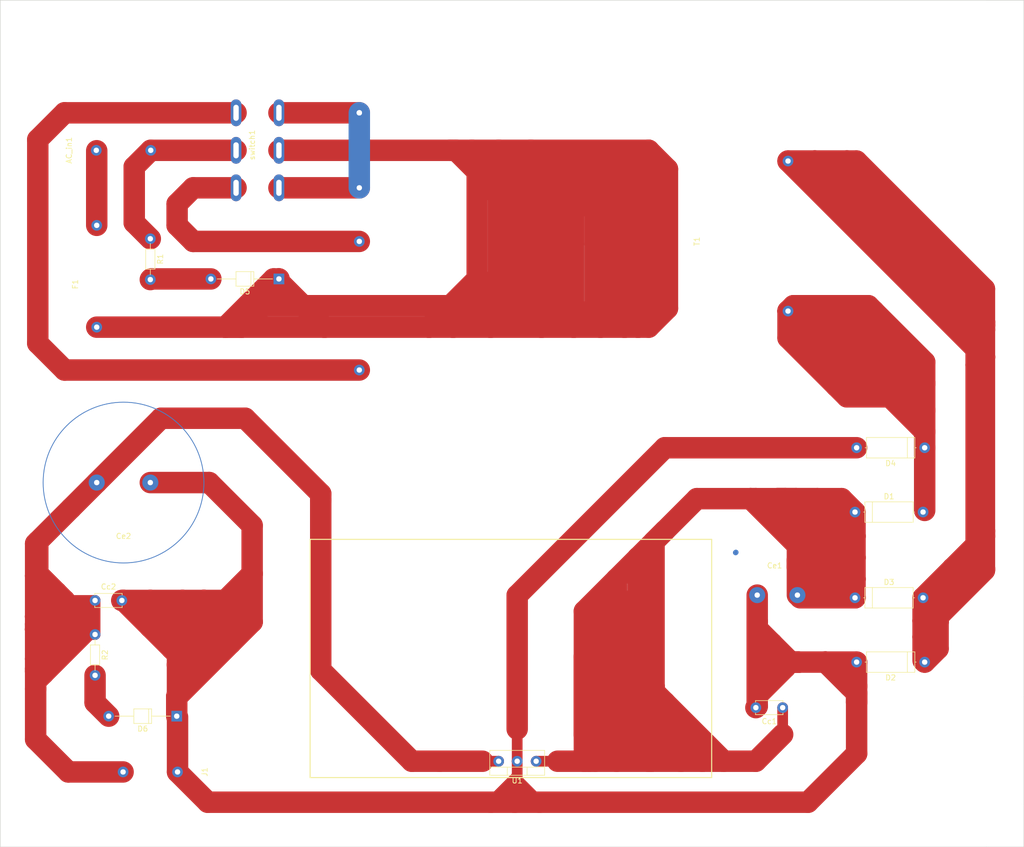
<source format=kicad_pcb>
(kicad_pcb (version 4) (host pcbnew 4.0.7)

  (general
    (links 31)
    (no_connects 0)
    (area 45.949999 16.949999 237.050001 175.050001)
    (thickness 1.6)
    (drawings 15)
    (tracks 509)
    (zones 0)
    (modules 18)
    (nets 14)
  )

  (page A4)
  (layers
    (0 F.Cu signal)
    (31 B.Cu signal)
    (32 B.Adhes user)
    (33 F.Adhes user)
    (34 B.Paste user)
    (35 F.Paste user)
    (36 B.SilkS user)
    (37 F.SilkS user)
    (38 B.Mask user)
    (39 F.Mask user)
    (40 Dwgs.User user)
    (41 Cmts.User user)
    (42 Eco1.User user)
    (43 Eco2.User user)
    (44 Edge.Cuts user)
    (45 Margin user)
    (46 B.CrtYd user)
    (47 F.CrtYd user)
    (48 B.Fab user)
    (49 F.Fab user)
  )

  (setup
    (last_trace_width 4)
    (user_trace_width 1)
    (user_trace_width 2)
    (trace_clearance 1)
    (zone_clearance 0.508)
    (zone_45_only no)
    (trace_min 1)
    (segment_width 0.2)
    (edge_width 0.1)
    (via_size 2)
    (via_drill 1)
    (via_min_size 1)
    (via_min_drill 0.3)
    (uvia_size 0.3)
    (uvia_drill 0.1)
    (uvias_allowed no)
    (uvia_min_size 0.2)
    (uvia_min_drill 0.1)
    (pcb_text_width 0.3)
    (pcb_text_size 1.5 1.5)
    (mod_edge_width 0.15)
    (mod_text_size 1 1)
    (mod_text_width 0.15)
    (pad_size 2 2)
    (pad_drill 1)
    (pad_to_mask_clearance 0)
    (aux_axis_origin 0 0)
    (visible_elements 7FFFFFFF)
    (pcbplotparams
      (layerselection 0x00030_80000001)
      (usegerberextensions false)
      (excludeedgelayer true)
      (linewidth 0.100000)
      (plotframeref false)
      (viasonmask false)
      (mode 1)
      (useauxorigin false)
      (hpglpennumber 1)
      (hpglpenspeed 20)
      (hpglpendiameter 15)
      (hpglpenoverlay 2)
      (psnegative false)
      (psa4output false)
      (plotreference true)
      (plotvalue true)
      (plotinvisibletext false)
      (padsonsilk false)
      (subtractmaskfromsilk false)
      (outputformat 1)
      (mirror false)
      (drillshape 1)
      (scaleselection 1)
      (outputdirectory ""))
  )

  (net 0 "")
  (net 1 "Net-(Cc2-Pad1)")
  (net 2 "Net-(D1-Pad2)")
  (net 3 "Net-(D2-Pad1)")
  (net 4 "Net-(D5-Pad2)")
  (net 5 "Net-(D6-Pad2)")
  (net 6 "Net-(AC_in1-Pad2)")
  (net 7 "Net-(AC_in1-Pad1)")
  (net 8 "Net-(T1-Pad4)")
  (net 9 "Net-(T1-Pad3)")
  (net 10 "Net-(Cc1-Pad1)")
  (net 11 "Net-(T1-Pad5)")
  (net 12 "Net-(Cc1-Pad2)")
  (net 13 "Net-(D5-Pad1)")

  (net_class Default "This is the default net class."
    (clearance 1)
    (trace_width 4)
    (via_dia 2)
    (via_drill 1)
    (uvia_dia 0.3)
    (uvia_drill 0.1)
    (add_net "Net-(Cc1-Pad1)")
    (add_net "Net-(Cc1-Pad2)")
    (add_net "Net-(Cc2-Pad1)")
    (add_net "Net-(D1-Pad2)")
    (add_net "Net-(D2-Pad1)")
    (add_net "Net-(D5-Pad1)")
    (add_net "Net-(D5-Pad2)")
    (add_net "Net-(D6-Pad2)")
  )

  (net_class pwr ""
    (clearance 1)
    (trace_width 4)
    (via_dia 2)
    (via_drill 1)
    (uvia_dia 0.3)
    (uvia_drill 0.1)
    (add_net "Net-(AC_in1-Pad1)")
    (add_net "Net-(AC_in1-Pad2)")
    (add_net "Net-(T1-Pad3)")
    (add_net "Net-(T1-Pad4)")
    (add_net "Net-(T1-Pad5)")
  )

  (module fonteDC:TO-220-3_Vertical (layer F.Cu) (tedit 5B269872) (tstamp 5B246794)
    (at 145 159 180)
    (descr "TO-220-3, Vertical, RM 2.54mm")
    (tags "TO-220-3 Vertical RM 2.54mm")
    (path /5B24352A)
    (fp_text reference U1 (at 2.54 -3.62 180) (layer F.SilkS)
      (effects (font (size 1 1) (thickness 0.15)))
    )
    (fp_text value LM7805_TO220 (at 2.54 3.92 180) (layer F.Fab)
      (effects (font (size 1 1) (thickness 0.15)))
    )
    (fp_text user %R (at 2.54 -3.62 180) (layer F.Fab)
      (effects (font (size 1 1) (thickness 0.15)))
    )
    (fp_line (start -2.46 -2.5) (end -2.46 1.9) (layer F.Fab) (width 0.1))
    (fp_line (start -2.46 1.9) (end 7.54 1.9) (layer F.Fab) (width 0.1))
    (fp_line (start 7.54 1.9) (end 7.54 -2.5) (layer F.Fab) (width 0.1))
    (fp_line (start 7.54 -2.5) (end -2.46 -2.5) (layer F.Fab) (width 0.1))
    (fp_line (start -2.46 -1.23) (end 7.54 -1.23) (layer F.Fab) (width 0.1))
    (fp_line (start 0.69 -2.5) (end 0.69 -1.23) (layer F.Fab) (width 0.1))
    (fp_line (start 4.39 -2.5) (end 4.39 -1.23) (layer F.Fab) (width 0.1))
    (fp_line (start -2.58 -2.62) (end 7.66 -2.62) (layer F.SilkS) (width 0.12))
    (fp_line (start -2.58 2.021) (end 7.66 2.021) (layer F.SilkS) (width 0.12))
    (fp_line (start -2.58 -2.62) (end -2.58 2.021) (layer F.SilkS) (width 0.12))
    (fp_line (start 7.66 -2.62) (end 7.66 2.021) (layer F.SilkS) (width 0.12))
    (fp_line (start -2.58 -1.11) (end 7.66 -1.11) (layer F.SilkS) (width 0.12))
    (fp_line (start 0.69 -2.62) (end 0.69 -1.11) (layer F.SilkS) (width 0.12))
    (fp_line (start 4.391 -2.62) (end 4.391 -1.11) (layer F.SilkS) (width 0.12))
    (fp_line (start -2.71 -2.75) (end -2.71 2.16) (layer F.CrtYd) (width 0.05))
    (fp_line (start -2.71 2.16) (end 7.79 2.16) (layer F.CrtYd) (width 0.05))
    (fp_line (start 7.79 2.16) (end 7.79 -2.75) (layer F.CrtYd) (width 0.05))
    (fp_line (start 7.79 -2.75) (end -2.71 -2.75) (layer F.CrtYd) (width 0.05))
    (pad 1 thru_hole circle (at -1 0 180) (size 2 2) (drill 1) (layers *.Cu *.Mask)
      (net 10 "Net-(Cc1-Pad1)"))
    (pad 2 thru_hole circle (at 2.54 0 180) (size 2 2) (drill 1) (layers *.Cu *.Mask)
      (net 12 "Net-(Cc1-Pad2)"))
    (pad 3 thru_hole circle (at 6 0 180) (size 2 2) (drill 1) (layers *.Cu *.Mask)
      (net 1 "Net-(Cc2-Pad1)"))
    (model ${KISYS3DMOD}/TO_SOT_Packages_THT.3dshapes/TO-220-3_Vertical.wrl
      (at (xyz 0.1 0 0))
      (scale (xyz 0.393701 0.393701 0.393701))
      (rotate (xyz 0 0 0))
    )
  )

  (module fonteDC:C_Disc_D5.0mm_W2.5mm_P5.00mm (layer F.Cu) (tedit 5B2463D6) (tstamp 5B2466DD)
    (at 192 149 180)
    (descr "C, Disc series, Radial, pin pitch=5.00mm, , diameter*width=5*2.5mm^2, Capacitor, http://cdn-reichelt.de/documents/datenblatt/B300/DS_KERKO_TC.pdf")
    (tags "C Disc series Radial pin pitch 5.00mm  diameter 5mm width 2.5mm Capacitor")
    (path /5B2428F3)
    (fp_text reference Cc1 (at 2.5 -2.56 180) (layer F.SilkS)
      (effects (font (size 1 1) (thickness 0.15)))
    )
    (fp_text value C (at 2.5 2.56 180) (layer F.Fab)
      (effects (font (size 1 1) (thickness 0.15)))
    )
    (fp_line (start 0 -1.25) (end 0 1.25) (layer F.Fab) (width 0.1))
    (fp_line (start 0 1.25) (end 5 1.25) (layer F.Fab) (width 0.1))
    (fp_line (start 5 1.25) (end 5 -1.25) (layer F.Fab) (width 0.1))
    (fp_line (start 5 -1.25) (end 0 -1.25) (layer F.Fab) (width 0.1))
    (fp_line (start -0.06 -1.31) (end 5.06 -1.31) (layer F.SilkS) (width 0.12))
    (fp_line (start -0.06 1.31) (end 5.06 1.31) (layer F.SilkS) (width 0.12))
    (fp_line (start -0.06 -1.31) (end -0.06 -0.996) (layer F.SilkS) (width 0.12))
    (fp_line (start -0.06 0.996) (end -0.06 1.31) (layer F.SilkS) (width 0.12))
    (fp_line (start 5.06 -1.31) (end 5.06 -0.996) (layer F.SilkS) (width 0.12))
    (fp_line (start 5.06 0.996) (end 5.06 1.31) (layer F.SilkS) (width 0.12))
    (fp_line (start -1.05 -1.6) (end -1.05 1.6) (layer F.CrtYd) (width 0.05))
    (fp_line (start -1.05 1.6) (end 6.05 1.6) (layer F.CrtYd) (width 0.05))
    (fp_line (start 6.05 1.6) (end 6.05 -1.6) (layer F.CrtYd) (width 0.05))
    (fp_line (start 6.05 -1.6) (end -1.05 -1.6) (layer F.CrtYd) (width 0.05))
    (fp_text user %R (at 2.5 0 180) (layer F.Fab)
      (effects (font (size 1 1) (thickness 0.15)))
    )
    (pad 1 thru_hole circle (at 0 0 180) (size 2 2) (drill 1) (layers *.Cu *.Mask)
      (net 10 "Net-(Cc1-Pad1)"))
    (pad 2 thru_hole circle (at 5 0 180) (size 2 2) (drill 1) (layers *.Cu *.Mask)
      (net 12 "Net-(Cc1-Pad2)"))
    (model ${KISYS3DMOD}/Capacitors_THT.3dshapes/C_Disc_D5.0mm_W2.5mm_P5.00mm.wrl
      (at (xyz 0 0 0))
      (scale (xyz 1 1 1))
      (rotate (xyz 0 0 0))
    )
  )

  (module fonteDC:C_Disc_D5.0mm_W2.5mm_P5.00mm (layer F.Cu) (tedit 5B2463D6) (tstamp 5B2466F1)
    (at 63.69 129)
    (descr "C, Disc series, Radial, pin pitch=5.00mm, , diameter*width=5*2.5mm^2, Capacitor, http://cdn-reichelt.de/documents/datenblatt/B300/DS_KERKO_TC.pdf")
    (tags "C Disc series Radial pin pitch 5.00mm  diameter 5mm width 2.5mm Capacitor")
    (path /5B245ABB)
    (fp_text reference Cc2 (at 2.5 -2.56) (layer F.SilkS)
      (effects (font (size 1 1) (thickness 0.15)))
    )
    (fp_text value C (at 2.5 2.56) (layer F.Fab)
      (effects (font (size 1 1) (thickness 0.15)))
    )
    (fp_line (start 0 -1.25) (end 0 1.25) (layer F.Fab) (width 0.1))
    (fp_line (start 0 1.25) (end 5 1.25) (layer F.Fab) (width 0.1))
    (fp_line (start 5 1.25) (end 5 -1.25) (layer F.Fab) (width 0.1))
    (fp_line (start 5 -1.25) (end 0 -1.25) (layer F.Fab) (width 0.1))
    (fp_line (start -0.06 -1.31) (end 5.06 -1.31) (layer F.SilkS) (width 0.12))
    (fp_line (start -0.06 1.31) (end 5.06 1.31) (layer F.SilkS) (width 0.12))
    (fp_line (start -0.06 -1.31) (end -0.06 -0.996) (layer F.SilkS) (width 0.12))
    (fp_line (start -0.06 0.996) (end -0.06 1.31) (layer F.SilkS) (width 0.12))
    (fp_line (start 5.06 -1.31) (end 5.06 -0.996) (layer F.SilkS) (width 0.12))
    (fp_line (start 5.06 0.996) (end 5.06 1.31) (layer F.SilkS) (width 0.12))
    (fp_line (start -1.05 -1.6) (end -1.05 1.6) (layer F.CrtYd) (width 0.05))
    (fp_line (start -1.05 1.6) (end 6.05 1.6) (layer F.CrtYd) (width 0.05))
    (fp_line (start 6.05 1.6) (end 6.05 -1.6) (layer F.CrtYd) (width 0.05))
    (fp_line (start 6.05 -1.6) (end -1.05 -1.6) (layer F.CrtYd) (width 0.05))
    (fp_text user %R (at 2.5 0) (layer F.Fab)
      (effects (font (size 1 1) (thickness 0.15)))
    )
    (pad 1 thru_hole circle (at 0 0) (size 2 2) (drill 1) (layers *.Cu *.Mask)
      (net 1 "Net-(Cc2-Pad1)"))
    (pad 2 thru_hole circle (at 5 0) (size 2 2) (drill 1) (layers *.Cu *.Mask)
      (net 12 "Net-(Cc1-Pad2)"))
    (model ${KISYS3DMOD}/Capacitors_THT.3dshapes/C_Disc_D5.0mm_W2.5mm_P5.00mm.wrl
      (at (xyz 0 0 0))
      (scale (xyz 1 1 1))
      (rotate (xyz 0 0 0))
    )
  )

  (module fonteDC:D_5W_P12.70mm_Horizontal (layer F.Cu) (tedit 5B246257) (tstamp 5B246705)
    (at 205.5 112.5)
    (descr "D, 5W series, Axial, Horizontal, pin pitch=12.7mm, , length*diameter=8.9*3.7mm^2, , http://www.diodes.com/_files/packages/8686949.gif")
    (tags "D 5W series Axial Horizontal pin pitch 12.7mm  length 8.9mm diameter 3.7mm")
    (path /5B242001)
    (fp_text reference D1 (at 6.35 -2.91) (layer F.SilkS)
      (effects (font (size 1 1) (thickness 0.15)))
    )
    (fp_text value D (at 6.35 2.91) (layer F.Fab)
      (effects (font (size 1 1) (thickness 0.15)))
    )
    (fp_text user %R (at 6.35 0) (layer F.Fab)
      (effects (font (size 1 1) (thickness 0.15)))
    )
    (fp_line (start 1.9 -1.85) (end 1.9 1.85) (layer F.Fab) (width 0.1))
    (fp_line (start 1.9 1.85) (end 10.8 1.85) (layer F.Fab) (width 0.1))
    (fp_line (start 10.8 1.85) (end 10.8 -1.85) (layer F.Fab) (width 0.1))
    (fp_line (start 10.8 -1.85) (end 1.9 -1.85) (layer F.Fab) (width 0.1))
    (fp_line (start 0 0) (end 1.9 0) (layer F.Fab) (width 0.1))
    (fp_line (start 12.7 0) (end 10.8 0) (layer F.Fab) (width 0.1))
    (fp_line (start 3.235 -1.85) (end 3.235 1.85) (layer F.Fab) (width 0.1))
    (fp_line (start 1.84 -1.91) (end 1.84 1.91) (layer F.SilkS) (width 0.12))
    (fp_line (start 1.84 1.91) (end 10.86 1.91) (layer F.SilkS) (width 0.12))
    (fp_line (start 10.86 1.91) (end 10.86 -1.91) (layer F.SilkS) (width 0.12))
    (fp_line (start 10.86 -1.91) (end 1.84 -1.91) (layer F.SilkS) (width 0.12))
    (fp_line (start 1.58 0) (end 1.84 0) (layer F.SilkS) (width 0.12))
    (fp_line (start 11.12 0) (end 10.86 0) (layer F.SilkS) (width 0.12))
    (fp_line (start 3.235 -1.91) (end 3.235 1.91) (layer F.SilkS) (width 0.12))
    (fp_line (start -1.65 -2.2) (end -1.65 2.2) (layer F.CrtYd) (width 0.05))
    (fp_line (start -1.65 2.2) (end 14.35 2.2) (layer F.CrtYd) (width 0.05))
    (fp_line (start 14.35 2.2) (end 14.35 -2.2) (layer F.CrtYd) (width 0.05))
    (fp_line (start 14.35 -2.2) (end -1.65 -2.2) (layer F.CrtYd) (width 0.05))
    (pad 1 thru_hole circle (at 0 0) (size 2 2) (drill 1) (layers *.Cu *.Mask)
      (net 10 "Net-(Cc1-Pad1)"))
    (pad 2 thru_hole circle (at 12.7 0) (size 2 2) (drill 1) (layers *.Cu *.Mask)
      (net 2 "Net-(D1-Pad2)"))
    (model ${KISYS3DMOD}/Diodes_THT.3dshapes/D_5W_P12.70mm_Horizontal.wrl
      (at (xyz 0 0 0))
      (scale (xyz 0.393701 0.393701 0.393701))
      (rotate (xyz 0 0 0))
    )
  )

  (module fonteDC:D_5W_P12.70mm_Horizontal (layer F.Cu) (tedit 5B246257) (tstamp 5B24671D)
    (at 218.5 140.5 180)
    (descr "D, 5W series, Axial, Horizontal, pin pitch=12.7mm, , length*diameter=8.9*3.7mm^2, , http://www.diodes.com/_files/packages/8686949.gif")
    (tags "D 5W series Axial Horizontal pin pitch 12.7mm  length 8.9mm diameter 3.7mm")
    (path /5B24218C)
    (fp_text reference D2 (at 6.35 -2.91 180) (layer F.SilkS)
      (effects (font (size 1 1) (thickness 0.15)))
    )
    (fp_text value D (at 6.35 2.91 180) (layer F.Fab)
      (effects (font (size 1 1) (thickness 0.15)))
    )
    (fp_text user %R (at 6.35 0 180) (layer F.Fab)
      (effects (font (size 1 1) (thickness 0.15)))
    )
    (fp_line (start 1.9 -1.85) (end 1.9 1.85) (layer F.Fab) (width 0.1))
    (fp_line (start 1.9 1.85) (end 10.8 1.85) (layer F.Fab) (width 0.1))
    (fp_line (start 10.8 1.85) (end 10.8 -1.85) (layer F.Fab) (width 0.1))
    (fp_line (start 10.8 -1.85) (end 1.9 -1.85) (layer F.Fab) (width 0.1))
    (fp_line (start 0 0) (end 1.9 0) (layer F.Fab) (width 0.1))
    (fp_line (start 12.7 0) (end 10.8 0) (layer F.Fab) (width 0.1))
    (fp_line (start 3.235 -1.85) (end 3.235 1.85) (layer F.Fab) (width 0.1))
    (fp_line (start 1.84 -1.91) (end 1.84 1.91) (layer F.SilkS) (width 0.12))
    (fp_line (start 1.84 1.91) (end 10.86 1.91) (layer F.SilkS) (width 0.12))
    (fp_line (start 10.86 1.91) (end 10.86 -1.91) (layer F.SilkS) (width 0.12))
    (fp_line (start 10.86 -1.91) (end 1.84 -1.91) (layer F.SilkS) (width 0.12))
    (fp_line (start 1.58 0) (end 1.84 0) (layer F.SilkS) (width 0.12))
    (fp_line (start 11.12 0) (end 10.86 0) (layer F.SilkS) (width 0.12))
    (fp_line (start 3.235 -1.91) (end 3.235 1.91) (layer F.SilkS) (width 0.12))
    (fp_line (start -1.65 -2.2) (end -1.65 2.2) (layer F.CrtYd) (width 0.05))
    (fp_line (start -1.65 2.2) (end 14.35 2.2) (layer F.CrtYd) (width 0.05))
    (fp_line (start 14.35 2.2) (end 14.35 -2.2) (layer F.CrtYd) (width 0.05))
    (fp_line (start 14.35 -2.2) (end -1.65 -2.2) (layer F.CrtYd) (width 0.05))
    (pad 1 thru_hole circle (at 0 0 180) (size 2 2) (drill 1) (layers *.Cu *.Mask)
      (net 3 "Net-(D2-Pad1)"))
    (pad 2 thru_hole circle (at 12.7 0 180) (size 2 2) (drill 1) (layers *.Cu *.Mask)
      (net 12 "Net-(Cc1-Pad2)"))
    (model ${KISYS3DMOD}/Diodes_THT.3dshapes/D_5W_P12.70mm_Horizontal.wrl
      (at (xyz 0 0 0))
      (scale (xyz 0.393701 0.393701 0.393701))
      (rotate (xyz 0 0 0))
    )
  )

  (module fonteDC:D_5W_P12.70mm_Horizontal (layer F.Cu) (tedit 5B246257) (tstamp 5B246735)
    (at 205.5 128.5)
    (descr "D, 5W series, Axial, Horizontal, pin pitch=12.7mm, , length*diameter=8.9*3.7mm^2, , http://www.diodes.com/_files/packages/8686949.gif")
    (tags "D 5W series Axial Horizontal pin pitch 12.7mm  length 8.9mm diameter 3.7mm")
    (path /5B2424E0)
    (fp_text reference D3 (at 6.35 -2.91) (layer F.SilkS)
      (effects (font (size 1 1) (thickness 0.15)))
    )
    (fp_text value D (at 6.35 2.91) (layer F.Fab)
      (effects (font (size 1 1) (thickness 0.15)))
    )
    (fp_text user %R (at 6.35 0) (layer F.Fab)
      (effects (font (size 1 1) (thickness 0.15)))
    )
    (fp_line (start 1.9 -1.85) (end 1.9 1.85) (layer F.Fab) (width 0.1))
    (fp_line (start 1.9 1.85) (end 10.8 1.85) (layer F.Fab) (width 0.1))
    (fp_line (start 10.8 1.85) (end 10.8 -1.85) (layer F.Fab) (width 0.1))
    (fp_line (start 10.8 -1.85) (end 1.9 -1.85) (layer F.Fab) (width 0.1))
    (fp_line (start 0 0) (end 1.9 0) (layer F.Fab) (width 0.1))
    (fp_line (start 12.7 0) (end 10.8 0) (layer F.Fab) (width 0.1))
    (fp_line (start 3.235 -1.85) (end 3.235 1.85) (layer F.Fab) (width 0.1))
    (fp_line (start 1.84 -1.91) (end 1.84 1.91) (layer F.SilkS) (width 0.12))
    (fp_line (start 1.84 1.91) (end 10.86 1.91) (layer F.SilkS) (width 0.12))
    (fp_line (start 10.86 1.91) (end 10.86 -1.91) (layer F.SilkS) (width 0.12))
    (fp_line (start 10.86 -1.91) (end 1.84 -1.91) (layer F.SilkS) (width 0.12))
    (fp_line (start 1.58 0) (end 1.84 0) (layer F.SilkS) (width 0.12))
    (fp_line (start 11.12 0) (end 10.86 0) (layer F.SilkS) (width 0.12))
    (fp_line (start 3.235 -1.91) (end 3.235 1.91) (layer F.SilkS) (width 0.12))
    (fp_line (start -1.65 -2.2) (end -1.65 2.2) (layer F.CrtYd) (width 0.05))
    (fp_line (start -1.65 2.2) (end 14.35 2.2) (layer F.CrtYd) (width 0.05))
    (fp_line (start 14.35 2.2) (end 14.35 -2.2) (layer F.CrtYd) (width 0.05))
    (fp_line (start 14.35 -2.2) (end -1.65 -2.2) (layer F.CrtYd) (width 0.05))
    (pad 1 thru_hole circle (at 0 0) (size 2 2) (drill 1) (layers *.Cu *.Mask)
      (net 10 "Net-(Cc1-Pad1)"))
    (pad 2 thru_hole circle (at 12.7 0) (size 2 2) (drill 1) (layers *.Cu *.Mask)
      (net 3 "Net-(D2-Pad1)"))
    (model ${KISYS3DMOD}/Diodes_THT.3dshapes/D_5W_P12.70mm_Horizontal.wrl
      (at (xyz 0 0 0))
      (scale (xyz 0.393701 0.393701 0.393701))
      (rotate (xyz 0 0 0))
    )
  )

  (module fonteDC:D_5W_P12.70mm_Horizontal (layer F.Cu) (tedit 5B246257) (tstamp 5B24674D)
    (at 218.5 100.5 180)
    (descr "D, 5W series, Axial, Horizontal, pin pitch=12.7mm, , length*diameter=8.9*3.7mm^2, , http://www.diodes.com/_files/packages/8686949.gif")
    (tags "D 5W series Axial Horizontal pin pitch 12.7mm  length 8.9mm diameter 3.7mm")
    (path /5B242569)
    (fp_text reference D4 (at 6.35 -2.91 180) (layer F.SilkS)
      (effects (font (size 1 1) (thickness 0.15)))
    )
    (fp_text value D (at 6.35 2.91 180) (layer F.Fab)
      (effects (font (size 1 1) (thickness 0.15)))
    )
    (fp_text user %R (at 6.35 0 180) (layer F.Fab)
      (effects (font (size 1 1) (thickness 0.15)))
    )
    (fp_line (start 1.9 -1.85) (end 1.9 1.85) (layer F.Fab) (width 0.1))
    (fp_line (start 1.9 1.85) (end 10.8 1.85) (layer F.Fab) (width 0.1))
    (fp_line (start 10.8 1.85) (end 10.8 -1.85) (layer F.Fab) (width 0.1))
    (fp_line (start 10.8 -1.85) (end 1.9 -1.85) (layer F.Fab) (width 0.1))
    (fp_line (start 0 0) (end 1.9 0) (layer F.Fab) (width 0.1))
    (fp_line (start 12.7 0) (end 10.8 0) (layer F.Fab) (width 0.1))
    (fp_line (start 3.235 -1.85) (end 3.235 1.85) (layer F.Fab) (width 0.1))
    (fp_line (start 1.84 -1.91) (end 1.84 1.91) (layer F.SilkS) (width 0.12))
    (fp_line (start 1.84 1.91) (end 10.86 1.91) (layer F.SilkS) (width 0.12))
    (fp_line (start 10.86 1.91) (end 10.86 -1.91) (layer F.SilkS) (width 0.12))
    (fp_line (start 10.86 -1.91) (end 1.84 -1.91) (layer F.SilkS) (width 0.12))
    (fp_line (start 1.58 0) (end 1.84 0) (layer F.SilkS) (width 0.12))
    (fp_line (start 11.12 0) (end 10.86 0) (layer F.SilkS) (width 0.12))
    (fp_line (start 3.235 -1.91) (end 3.235 1.91) (layer F.SilkS) (width 0.12))
    (fp_line (start -1.65 -2.2) (end -1.65 2.2) (layer F.CrtYd) (width 0.05))
    (fp_line (start -1.65 2.2) (end 14.35 2.2) (layer F.CrtYd) (width 0.05))
    (fp_line (start 14.35 2.2) (end 14.35 -2.2) (layer F.CrtYd) (width 0.05))
    (fp_line (start 14.35 -2.2) (end -1.65 -2.2) (layer F.CrtYd) (width 0.05))
    (pad 1 thru_hole circle (at 0 0 180) (size 2 2) (drill 1) (layers *.Cu *.Mask)
      (net 2 "Net-(D1-Pad2)"))
    (pad 2 thru_hole circle (at 12.7 0 180) (size 2 2) (drill 1) (layers *.Cu *.Mask)
      (net 12 "Net-(Cc1-Pad2)"))
    (model ${KISYS3DMOD}/Diodes_THT.3dshapes/D_5W_P12.70mm_Horizontal.wrl
      (at (xyz 0 0 0))
      (scale (xyz 0.393701 0.393701 0.393701))
      (rotate (xyz 0 0 0))
    )
  )

  (module fonteDC:R_Axial_DIN0204_L3.6mm_D1.6mm_P7.62mm_Horizontal (layer F.Cu) (tedit 5B24635D) (tstamp 5B24676A)
    (at 74 61.5 270)
    (descr "Resistor, Axial_DIN0204 series, Axial, Horizontal, pin pitch=7.62mm, 0.16666666666666666W = 1/6W, length*diameter=3.6*1.6mm^2, http://cdn-reichelt.de/documents/datenblatt/B400/1_4W%23YAG.pdf")
    (tags "Resistor Axial_DIN0204 series Axial Horizontal pin pitch 7.62mm 0.16666666666666666W = 1/6W length 3.6mm diameter 1.6mm")
    (path /5B241B31)
    (fp_text reference R1 (at 3.81 -1.86 270) (layer F.SilkS)
      (effects (font (size 1 1) (thickness 0.15)))
    )
    (fp_text value R (at 3.81 1.86 270) (layer F.Fab)
      (effects (font (size 1 1) (thickness 0.15)))
    )
    (fp_line (start 2.01 -0.8) (end 2.01 0.8) (layer F.Fab) (width 0.1))
    (fp_line (start 2.01 0.8) (end 5.61 0.8) (layer F.Fab) (width 0.1))
    (fp_line (start 5.61 0.8) (end 5.61 -0.8) (layer F.Fab) (width 0.1))
    (fp_line (start 5.61 -0.8) (end 2.01 -0.8) (layer F.Fab) (width 0.1))
    (fp_line (start 0 0) (end 2.01 0) (layer F.Fab) (width 0.1))
    (fp_line (start 7.62 0) (end 5.61 0) (layer F.Fab) (width 0.1))
    (fp_line (start 1.95 -0.86) (end 1.95 0.86) (layer F.SilkS) (width 0.12))
    (fp_line (start 1.95 0.86) (end 5.67 0.86) (layer F.SilkS) (width 0.12))
    (fp_line (start 5.67 0.86) (end 5.67 -0.86) (layer F.SilkS) (width 0.12))
    (fp_line (start 5.67 -0.86) (end 1.95 -0.86) (layer F.SilkS) (width 0.12))
    (fp_line (start 0.88 0) (end 1.95 0) (layer F.SilkS) (width 0.12))
    (fp_line (start 6.74 0) (end 5.67 0) (layer F.SilkS) (width 0.12))
    (fp_line (start -0.95 -1.15) (end -0.95 1.15) (layer F.CrtYd) (width 0.05))
    (fp_line (start -0.95 1.15) (end 8.6 1.15) (layer F.CrtYd) (width 0.05))
    (fp_line (start 8.6 1.15) (end 8.6 -1.15) (layer F.CrtYd) (width 0.05))
    (fp_line (start 8.6 -1.15) (end -0.95 -1.15) (layer F.CrtYd) (width 0.05))
    (pad 1 thru_hole circle (at 0 0 270) (size 2 2) (drill 1) (layers *.Cu *.Mask)
      (net 7 "Net-(AC_in1-Pad1)"))
    (pad 2 thru_hole circle (at 7.62 0 270) (size 2 2) (drill 1) (layers *.Cu *.Mask)
      (net 4 "Net-(D5-Pad2)"))
    (model ${KISYS3DMOD}/Resistors_THT.3dshapes/R_Axial_DIN0204_L3.6mm_D1.6mm_P7.62mm_Horizontal.wrl
      (at (xyz 0 0 0))
      (scale (xyz 0.393701 0.393701 0.393701))
      (rotate (xyz 0 0 0))
    )
  )

  (module fonteDC:R_Axial_DIN0204_L3.6mm_D1.6mm_P7.62mm_Horizontal (layer F.Cu) (tedit 5B24635D) (tstamp 5B24677F)
    (at 63.69 135.35 270)
    (descr "Resistor, Axial_DIN0204 series, Axial, Horizontal, pin pitch=7.62mm, 0.16666666666666666W = 1/6W, length*diameter=3.6*1.6mm^2, http://cdn-reichelt.de/documents/datenblatt/B400/1_4W%23YAG.pdf")
    (tags "Resistor Axial_DIN0204 series Axial Horizontal pin pitch 7.62mm 0.16666666666666666W = 1/6W length 3.6mm diameter 1.6mm")
    (path /5B2460B0)
    (fp_text reference R2 (at 3.81 -1.86 270) (layer F.SilkS)
      (effects (font (size 1 1) (thickness 0.15)))
    )
    (fp_text value R (at 3.81 1.86 270) (layer F.Fab)
      (effects (font (size 1 1) (thickness 0.15)))
    )
    (fp_line (start 2.01 -0.8) (end 2.01 0.8) (layer F.Fab) (width 0.1))
    (fp_line (start 2.01 0.8) (end 5.61 0.8) (layer F.Fab) (width 0.1))
    (fp_line (start 5.61 0.8) (end 5.61 -0.8) (layer F.Fab) (width 0.1))
    (fp_line (start 5.61 -0.8) (end 2.01 -0.8) (layer F.Fab) (width 0.1))
    (fp_line (start 0 0) (end 2.01 0) (layer F.Fab) (width 0.1))
    (fp_line (start 7.62 0) (end 5.61 0) (layer F.Fab) (width 0.1))
    (fp_line (start 1.95 -0.86) (end 1.95 0.86) (layer F.SilkS) (width 0.12))
    (fp_line (start 1.95 0.86) (end 5.67 0.86) (layer F.SilkS) (width 0.12))
    (fp_line (start 5.67 0.86) (end 5.67 -0.86) (layer F.SilkS) (width 0.12))
    (fp_line (start 5.67 -0.86) (end 1.95 -0.86) (layer F.SilkS) (width 0.12))
    (fp_line (start 0.88 0) (end 1.95 0) (layer F.SilkS) (width 0.12))
    (fp_line (start 6.74 0) (end 5.67 0) (layer F.SilkS) (width 0.12))
    (fp_line (start -0.95 -1.15) (end -0.95 1.15) (layer F.CrtYd) (width 0.05))
    (fp_line (start -0.95 1.15) (end 8.6 1.15) (layer F.CrtYd) (width 0.05))
    (fp_line (start 8.6 1.15) (end 8.6 -1.15) (layer F.CrtYd) (width 0.05))
    (fp_line (start 8.6 -1.15) (end -0.95 -1.15) (layer F.CrtYd) (width 0.05))
    (pad 1 thru_hole circle (at 0 0 270) (size 2 2) (drill 1) (layers *.Cu *.Mask)
      (net 1 "Net-(Cc2-Pad1)"))
    (pad 2 thru_hole circle (at 7.62 0 270) (size 2 2) (drill 1) (layers *.Cu *.Mask)
      (net 5 "Net-(D6-Pad2)"))
    (model ${KISYS3DMOD}/Resistors_THT.3dshapes/R_Axial_DIN0204_L3.6mm_D1.6mm_P7.62mm_Horizontal.wrl
      (at (xyz 0 0 0))
      (scale (xyz 0.393701 0.393701 0.393701))
      (rotate (xyz 0 0 0))
    )
  )

  (module fonteDC:CP_elet_7mF (layer F.Cu) (tedit 5B246B93) (tstamp 5B246D45)
    (at 200 128 180)
    (path /5B2426C2)
    (fp_text reference Ce1 (at 9.5 5.5 180) (layer F.SilkS)
      (effects (font (size 1 1) (thickness 0.15)))
    )
    (fp_text value CP1 (at 9 -5.5 180) (layer F.Fab)
      (effects (font (size 1 1) (thickness 0.15)))
    )
    (fp_line (start 0 9) (end 0 -9) (layer F.CrtYd) (width 0.15))
    (fp_line (start 0 -9) (end 17.5 -9) (layer F.CrtYd) (width 0.15))
    (fp_line (start 17.5 -9) (end 18 -9) (layer F.CrtYd) (width 0.15))
    (fp_line (start 18 -9) (end 18 9) (layer F.CrtYd) (width 0.15))
    (fp_line (start 18 9) (end 0 9) (layer F.CrtYd) (width 0.15))
    (fp_line (start 15 0) (end 17 0) (layer F.Fab) (width 0.15))
    (fp_line (start 2.5 -1) (end 2.5 1) (layer F.Fab) (width 0.15))
    (fp_line (start 1.5 0) (end 3.5 0) (layer F.Fab) (width 0.15))
    (fp_circle (center 9 0) (end 1 -4) (layer F.Fab) (width 0.15))
    (pad 1 thru_hole circle (at 5.25 0 180) (size 3 3) (drill 1) (layers *.Cu *.Mask)
      (net 10 "Net-(Cc1-Pad1)"))
    (pad 2 thru_hole circle (at 12.75 0 180) (size 3 3) (drill 1) (layers *.Cu *.Mask)
      (net 12 "Net-(Cc1-Pad2)"))
  )

  (module fonteDC:CP_elet_10mF (layer F.Cu) (tedit 5B246C07) (tstamp 5B2471E7)
    (at 54 107)
    (path /5B245A14)
    (fp_text reference Ce2 (at 15 10) (layer F.SilkS)
      (effects (font (size 1 1) (thickness 0.15)))
    )
    (fp_text value CP1 (at 15 -10) (layer F.Fab)
      (effects (font (size 1 1) (thickness 0.15)))
    )
    (fp_line (start 0 -15) (end 30 -15) (layer F.CrtYd) (width 0.15))
    (fp_line (start 30 -15) (end 30 15) (layer F.CrtYd) (width 0.15))
    (fp_line (start 30 15) (end 0 15) (layer F.CrtYd) (width 0.15))
    (fp_line (start 0 15) (end 0 -15) (layer F.CrtYd) (width 0.15))
    (fp_line (start 24.7 0) (end 27.1 0) (layer F.Fab) (width 0.15))
    (fp_line (start 3.7 1.1) (end 3.7 -1.2) (layer F.Fab) (width 0.15))
    (fp_line (start 4.9 0) (end 2.3 0) (layer F.Fab) (width 0.15))
    (fp_circle (center 15 0) (end 0 0) (layer B.Cu) (width 0.15))
    (pad 1 thru_hole circle (at 10 0) (size 3 3) (drill 1) (layers *.Cu *.Mask)
      (net 1 "Net-(Cc2-Pad1)"))
    (pad 2 thru_hole circle (at 20 0) (size 3 3) (drill 1) (layers *.Cu *.Mask)
      (net 12 "Net-(Cc1-Pad2)"))
  )

  (module fonteDC:fuseholder (layer F.Cu) (tedit 5B246D6D) (tstamp 5B247788)
    (at 64 56 270)
    (path /5B240F0A)
    (fp_text reference F1 (at 14 4 270) (layer F.SilkS)
      (effects (font (size 1 1) (thickness 0.15)))
    )
    (fp_text value Fuse (at 13 -4 270) (layer F.Fab)
      (effects (font (size 1 1) (thickness 0.15)))
    )
    (fp_line (start 0 -5) (end 0 5) (layer F.Fab) (width 0.15))
    (fp_line (start 0 5) (end 25 5) (layer F.Fab) (width 0.15))
    (fp_line (start 25 5) (end 25 -5) (layer F.Fab) (width 0.15))
    (fp_line (start 0 -5) (end 25 -5) (layer F.Fab) (width 0.15))
    (pad 1 thru_hole circle (at 3 0 270) (size 2 2) (drill 1) (layers *.Cu *.Mask)
      (net 6 "Net-(AC_in1-Pad2)"))
    (pad 2 thru_hole circle (at 22 0 270) (size 2 2) (drill 1) (layers *.Cu *.Mask)
      (net 13 "Net-(D5-Pad1)"))
  )

  (module fonteDC:swich_110_220 (layer F.Cu) (tedit 5B248238) (tstamp 5B248D0D)
    (at 94 30 270)
    (path /5B240ECB)
    (fp_text reference switch1 (at 14 1 270) (layer F.SilkS)
      (effects (font (size 1 1) (thickness 0.15)))
    )
    (fp_text value voltage_switch (at 14 -2 270) (layer F.Fab)
      (effects (font (size 1 1) (thickness 0.15)))
    )
    (fp_text user VDD110 (at 24 7 270) (layer F.Fab)
      (effects (font (size 1 1) (thickness 0.15)))
    )
    (fp_text user GND110 (at 24 -7 270) (layer F.Fab)
      (effects (font (size 1 1) (thickness 0.15)))
    )
    (fp_text user GND220 (at 6 -7 270) (layer F.Fab)
      (effects (font (size 1 1) (thickness 0.15)))
    )
    (fp_text user VDD220 (at 6 7 270) (layer F.Fab)
      (effects (font (size 1 1) (thickness 0.15)))
    )
    (fp_text user GND (at 15 -7 270) (layer F.Fab)
      (effects (font (size 1 1) (thickness 0.15)))
    )
    (fp_text user VDD (at 15 7 270) (layer F.Fab)
      (effects (font (size 1 1) (thickness 0.15)))
    )
    (fp_line (start 0 -8) (end 0 8) (layer F.Fab) (width 0.15))
    (fp_line (start 30 -8) (end 30 8) (layer F.Fab) (width 0.15))
    (fp_line (start 0 8) (end 30 8) (layer F.Fab) (width 0.15))
    (fp_line (start 0 -8) (end 30 -8) (layer F.Fab) (width 0.15))
    (pad 6 thru_hole oval (at 22 -4 270) (size 5 2) (drill oval 3 1) (layers *.Cu *.Mask)
      (net 11 "Net-(T1-Pad5)"))
    (pad 5 thru_hole oval (at 22 4 270) (size 5 2) (drill oval 3 1) (layers *.Cu *.Mask)
      (net 8 "Net-(T1-Pad4)"))
    (pad 4 thru_hole oval (at 8 -4 270) (size 5 2) (drill oval 3 1) (layers *.Cu *.Mask)
      (net 11 "Net-(T1-Pad5)"))
    (pad 3 thru_hole oval (at 8 4 270) (size 5 2) (drill oval 3 1) (layers *.Cu *.Mask)
      (net 9 "Net-(T1-Pad3)"))
    (pad 2 thru_hole oval (at 15 -4 270) (size 5 2) (drill oval 3 1) (layers *.Cu *.Mask)
      (net 13 "Net-(D5-Pad1)"))
    (pad 1 thru_hole oval (at 15 4 270) (size 5 2) (drill oval 3 1) (layers *.Cu *.Mask)
      (net 7 "Net-(AC_in1-Pad1)"))
  )

  (module fonteDC:transformer (layer F.Cu) (tedit 5B2482E9) (tstamp 5B248064)
    (at 153 106 90)
    (path /5B2402CA)
    (fp_text reference T1 (at 44 23 90) (layer F.SilkS)
      (effects (font (size 1 1) (thickness 0.15)))
    )
    (fp_text value Transformer_1P_SS (at 44 -22 90) (layer F.Fab)
      (effects (font (size 1 1) (thickness 0.15)))
    )
    (fp_line (start 1 -41) (end 83 -41) (layer F.CrtYd) (width 0.15))
    (fp_line (start 83 41) (end 0.5 41) (layer F.CrtYd) (width 0.15))
    (fp_line (start 83 41) (end 83 -41) (layer F.CrtYd) (width 0.15))
    (fp_line (start 0 -41) (end 0 41) (layer F.CrtYd) (width 0.15))
    (fp_line (start 0 41) (end 0.5 41) (layer F.CrtYd) (width 0.15))
    (fp_line (start 1 -41) (end 0 -41) (layer F.CrtYd) (width 0.15))
    (fp_line (start 73 -2.5) (end 73 2.5) (layer F.Fab) (width 0.15))
    (fp_line (start 81 -2.5) (end 73 -2.5) (layer F.Fab) (width 0.15))
    (fp_line (start 81 -2.5) (end 81 2.5) (layer F.Fab) (width 0.15))
    (fp_line (start 81 2.5) (end 73 2.5) (layer F.Fab) (width 0.15))
    (fp_line (start 10.5 2.5) (end 10.5 -2.5) (layer F.Fab) (width 0.15))
    (fp_line (start 2.5 -2.5) (end 10.5 -2.5) (layer F.Fab) (width 0.15))
    (fp_line (start 2.5 -2.5) (end 2.5 2.5) (layer F.Fab) (width 0.15))
    (fp_line (start 2.5 2.5) (end 10.5 2.5) (layer F.Fab) (width 0.15))
    (fp_text user GND (at 68.5 -35.5 90) (layer F.Fab)
      (effects (font (size 3 3) (thickness 0.15)))
    )
    (fp_text user 110 (at 44 -35.5 90) (layer F.Fab)
      (effects (font (size 3 3) (thickness 0.15)))
    )
    (fp_text user 220 (at 20 -35.5 90) (layer F.Fab)
      (effects (font (size 3 3) (thickness 0.15)))
    )
    (fp_line (start 57 35) (end 61 35) (layer F.Fab) (width 0.15))
    (fp_line (start 31 37) (end 31 33) (layer F.Fab) (width 0.15))
    (fp_line (start 29 35) (end 33 35) (layer F.Fab) (width 0.15))
    (fp_line (start 0 25) (end 0 -25) (layer F.Fab) (width 0.15))
    (fp_line (start 83 -25) (end 83 25) (layer F.Fab) (width 0.15))
    (fp_line (start 0 25) (end 83 25) (layer F.Fab) (width 0.15))
    (fp_line (start 0 -25) (end 83 -25) (layer F.Fab) (width 0.15))
    (pad 5 thru_hole circle (at 68 -40 90) (size 2 2) (drill 1) (layers *.Cu *.Mask)
      (net 11 "Net-(T1-Pad5)"))
    (pad 4 thru_hole circle (at 44 -40 90) (size 2 2) (drill 1) (layers *.Cu *.Mask)
      (net 8 "Net-(T1-Pad4)"))
    (pad 3 thru_hole circle (at 20 -40 90) (size 2 2) (drill 1) (layers *.Cu *.Mask)
      (net 9 "Net-(T1-Pad3)"))
    (pad 1 thru_hole circle (at 59 40 90) (size 2 2) (drill 1) (layers *.Cu *.Mask)
      (net 3 "Net-(D2-Pad1)"))
    (pad 2 thru_hole circle (at 31 40 90) (size 2 2) (drill 1) (layers *.Cu *.Mask)
      (net 2 "Net-(D1-Pad2)"))
  )

  (module Diodes_THT:D_T-1_P12.70mm_Horizontal (layer F.Cu) (tedit 59213A1F) (tstamp 5B25D415)
    (at 98 69 180)
    (descr "D, T-1 series, Axial, Horizontal, pin pitch=12.7mm, , length*diameter=3.2*2.6mm^2, , http://www.diodes.com/_files/packages/T-1.pdf")
    (tags "D T-1 series Axial Horizontal pin pitch 12.7mm  length 3.2mm diameter 2.6mm")
    (path /5B241BF9)
    (fp_text reference D5 (at 6.35 -2.36 180) (layer F.SilkS)
      (effects (font (size 1 1) (thickness 0.15)))
    )
    (fp_text value LED (at 6.35 2.36 180) (layer F.Fab)
      (effects (font (size 1 1) (thickness 0.15)))
    )
    (fp_text user %R (at 6.604 0 180) (layer F.Fab)
      (effects (font (size 0.75 0.75) (thickness 0.15)))
    )
    (fp_line (start 4.75 -1.3) (end 4.75 1.3) (layer F.Fab) (width 0.1))
    (fp_line (start 4.75 1.3) (end 7.95 1.3) (layer F.Fab) (width 0.1))
    (fp_line (start 7.95 1.3) (end 7.95 -1.3) (layer F.Fab) (width 0.1))
    (fp_line (start 7.95 -1.3) (end 4.75 -1.3) (layer F.Fab) (width 0.1))
    (fp_line (start 0 0) (end 4.75 0) (layer F.Fab) (width 0.1))
    (fp_line (start 12.7 0) (end 7.95 0) (layer F.Fab) (width 0.1))
    (fp_line (start 5.23 -1.3) (end 5.23 1.3) (layer F.Fab) (width 0.1))
    (fp_line (start 4.69 -1.36) (end 4.69 1.36) (layer F.SilkS) (width 0.12))
    (fp_line (start 4.69 1.36) (end 8.01 1.36) (layer F.SilkS) (width 0.12))
    (fp_line (start 8.01 1.36) (end 8.01 -1.36) (layer F.SilkS) (width 0.12))
    (fp_line (start 8.01 -1.36) (end 4.69 -1.36) (layer F.SilkS) (width 0.12))
    (fp_line (start 1.18 0) (end 4.69 0) (layer F.SilkS) (width 0.12))
    (fp_line (start 11.52 0) (end 8.01 0) (layer F.SilkS) (width 0.12))
    (fp_line (start 5.23 -1.36) (end 5.23 1.36) (layer F.SilkS) (width 0.12))
    (fp_line (start -1.25 -1.65) (end -1.25 1.65) (layer F.CrtYd) (width 0.05))
    (fp_line (start -1.25 1.65) (end 13.95 1.65) (layer F.CrtYd) (width 0.05))
    (fp_line (start 13.95 1.65) (end 13.95 -1.65) (layer F.CrtYd) (width 0.05))
    (fp_line (start 13.95 -1.65) (end -1.25 -1.65) (layer F.CrtYd) (width 0.05))
    (pad 1 thru_hole rect (at 0 0 180) (size 2 2) (drill 1) (layers *.Cu *.Mask)
      (net 13 "Net-(D5-Pad1)"))
    (pad 2 thru_hole oval (at 12.7 0 180) (size 2 2) (drill 1) (layers *.Cu *.Mask)
      (net 4 "Net-(D5-Pad2)"))
    (model ${KISYS3DMOD}/Diodes_THT.3dshapes/D_T-1_P12.70mm_Horizontal.wrl
      (at (xyz 0 0 0))
      (scale (xyz 0.393701 0.393701 0.393701))
      (rotate (xyz 0 0 0))
    )
  )

  (module Diodes_THT:D_T-1_P12.70mm_Horizontal (layer F.Cu) (tedit 59213A1F) (tstamp 5B25D42D)
    (at 78.93 150.59 180)
    (descr "D, T-1 series, Axial, Horizontal, pin pitch=12.7mm, , length*diameter=3.2*2.6mm^2, , http://www.diodes.com/_files/packages/T-1.pdf")
    (tags "D T-1 series Axial Horizontal pin pitch 12.7mm  length 3.2mm diameter 2.6mm")
    (path /5B24611F)
    (fp_text reference D6 (at 6.35 -2.36 180) (layer F.SilkS)
      (effects (font (size 1 1) (thickness 0.15)))
    )
    (fp_text value LED (at 6.35 2.36 180) (layer F.Fab)
      (effects (font (size 1 1) (thickness 0.15)))
    )
    (fp_text user %R (at 6.604 0 180) (layer F.Fab)
      (effects (font (size 0.75 0.75) (thickness 0.15)))
    )
    (fp_line (start 4.75 -1.3) (end 4.75 1.3) (layer F.Fab) (width 0.1))
    (fp_line (start 4.75 1.3) (end 7.95 1.3) (layer F.Fab) (width 0.1))
    (fp_line (start 7.95 1.3) (end 7.95 -1.3) (layer F.Fab) (width 0.1))
    (fp_line (start 7.95 -1.3) (end 4.75 -1.3) (layer F.Fab) (width 0.1))
    (fp_line (start 0 0) (end 4.75 0) (layer F.Fab) (width 0.1))
    (fp_line (start 12.7 0) (end 7.95 0) (layer F.Fab) (width 0.1))
    (fp_line (start 5.23 -1.3) (end 5.23 1.3) (layer F.Fab) (width 0.1))
    (fp_line (start 4.69 -1.36) (end 4.69 1.36) (layer F.SilkS) (width 0.12))
    (fp_line (start 4.69 1.36) (end 8.01 1.36) (layer F.SilkS) (width 0.12))
    (fp_line (start 8.01 1.36) (end 8.01 -1.36) (layer F.SilkS) (width 0.12))
    (fp_line (start 8.01 -1.36) (end 4.69 -1.36) (layer F.SilkS) (width 0.12))
    (fp_line (start 1.18 0) (end 4.69 0) (layer F.SilkS) (width 0.12))
    (fp_line (start 11.52 0) (end 8.01 0) (layer F.SilkS) (width 0.12))
    (fp_line (start 5.23 -1.36) (end 5.23 1.36) (layer F.SilkS) (width 0.12))
    (fp_line (start -1.25 -1.65) (end -1.25 1.65) (layer F.CrtYd) (width 0.05))
    (fp_line (start -1.25 1.65) (end 13.95 1.65) (layer F.CrtYd) (width 0.05))
    (fp_line (start 13.95 1.65) (end 13.95 -1.65) (layer F.CrtYd) (width 0.05))
    (fp_line (start 13.95 -1.65) (end -1.25 -1.65) (layer F.CrtYd) (width 0.05))
    (pad 1 thru_hole rect (at 0 0 180) (size 2 2) (drill 1) (layers *.Cu *.Mask)
      (net 12 "Net-(Cc1-Pad2)"))
    (pad 2 thru_hole oval (at 12.7 0 180) (size 2 2) (drill 1) (layers *.Cu *.Mask)
      (net 5 "Net-(D6-Pad2)"))
    (model ${KISYS3DMOD}/Diodes_THT.3dshapes/D_T-1_P12.70mm_Horizontal.wrl
      (at (xyz 0 0 0))
      (scale (xyz 0.393701 0.393701 0.393701))
      (rotate (xyz 0 0 0))
    )
  )

  (module fonteDC:AC_in (layer F.Cu) (tedit 5B24490D) (tstamp 5B25DFDE)
    (at 74 161 90)
    (path /5B246C1A)
    (fp_text reference J1 (at 0 10.16 90) (layer F.SilkS)
      (effects (font (size 1 1) (thickness 0.15)))
    )
    (fp_text value Conn_01x02 (at 0 -10.16 90) (layer F.Fab)
      (effects (font (size 1 1) (thickness 0.15)))
    )
    (fp_line (start -2.54 -7.62) (end -2.54 7.62) (layer F.Fab) (width 0.15))
    (fp_line (start -2.54 7.62) (end 2.54 7.62) (layer F.Fab) (width 0.15))
    (fp_line (start 2.54 7.62) (end 2.54 -7.62) (layer F.Fab) (width 0.15))
    (fp_line (start 2.54 -7.62) (end -2.54 -7.62) (layer F.Fab) (width 0.15))
    (pad 1 thru_hole circle (at 0 -5.08 90) (size 2 2) (drill 1) (layers *.Cu *.Mask)
      (net 1 "Net-(Cc2-Pad1)"))
    (pad 2 thru_hole circle (at 0 5.08 90) (size 2 2) (drill 1) (layers *.Cu *.Mask)
      (net 12 "Net-(Cc1-Pad2)"))
  )

  (module fonteDC:AC_in (layer F.Cu) (tedit 5B26BC38) (tstamp 5B244992)
    (at 69 45 270)
    (path /5B240134)
    (fp_text reference AC_in1 (at 0 10.16 270) (layer F.SilkS)
      (effects (font (size 1 1) (thickness 0.15)))
    )
    (fp_text value AC_in (at 0 -10.16 270) (layer F.Fab)
      (effects (font (size 1 1) (thickness 0.15)))
    )
    (fp_line (start -1 3) (end 1 3) (layer F.Fab) (width 0.15))
    (fp_line (start 0 -1.5) (end 0 -3.5) (layer F.Fab) (width 0.15))
    (fp_line (start -1 -2.5) (end 1 -2.5) (layer F.Fab) (width 0.15))
    (fp_line (start -2.54 -7.62) (end -2.54 7.62) (layer F.Fab) (width 0.15))
    (fp_line (start -2.54 7.62) (end 2.54 7.62) (layer F.Fab) (width 0.15))
    (fp_line (start 2.54 7.62) (end 2.54 -7.62) (layer F.Fab) (width 0.15))
    (fp_line (start 2.54 -7.62) (end -2.54 -7.62) (layer F.Fab) (width 0.15))
    (pad 1 thru_hole circle (at 0 -5.08 270) (size 2 2) (drill 1) (layers *.Cu *.Mask)
      (net 7 "Net-(AC_in1-Pad1)"))
    (pad 2 thru_hole circle (at 0 5.08 270) (size 2 2) (drill 1) (layers *.Cu *.Mask)
      (net 6 "Net-(AC_in1-Pad2)"))
  )

  (gr_line (start 230 17) (end 237 17) (angle 90) (layer Edge.Cuts) (width 0.1))
  (gr_line (start 237 17) (end 230 17) (angle 90) (layer Edge.Cuts) (width 0.1))
  (gr_line (start 237 175) (end 237 167) (angle 90) (layer Edge.Cuts) (width 0.1))
  (gr_line (start 230 175) (end 237 175) (angle 90) (layer Edge.Cuts) (width 0.1))
  (gr_line (start 46 175) (end 46 167) (angle 90) (layer Edge.Cuts) (width 0.1))
  (gr_line (start 46 167) (end 46 147) (angle 90) (layer Edge.Cuts) (width 0.1))
  (gr_line (start 230 175) (end 46 175) (angle 90) (layer Edge.Cuts) (width 0.1))
  (gr_line (start 237 147) (end 237 167) (angle 90) (layer Edge.Cuts) (width 0.1))
  (gr_line (start 103.82 162.05) (end 103.82 117.6) (angle 90) (layer F.SilkS) (width 0.2))
  (gr_line (start 178.75 162.05) (end 103.82 162.05) (angle 90) (layer F.SilkS) (width 0.2))
  (gr_line (start 178.75 117.6) (end 178.75 162.05) (angle 90) (layer F.SilkS) (width 0.2))
  (gr_line (start 103.82 117.6) (end 178.75 117.6) (angle 90) (layer F.SilkS) (width 0.2))
  (gr_line (start 46 147) (end 46 17) (angle 90) (layer Edge.Cuts) (width 0.1))
  (gr_line (start 237 17) (end 237 147) (angle 90) (layer Edge.Cuts) (width 0.1))
  (gr_line (start 46 17) (end 230 17) (angle 90) (layer Edge.Cuts) (width 0.1))

  (segment (start 183.22 120.07) (end 183.27 120.02) (width 1) (layer B.Cu) (net 0) (tstamp 5B245DFC))
  (segment (start 105.8 142) (end 105.8 110.3) (width 4) (layer F.Cu) (net 1) (tstamp 5B26B772))
  (segment (start 122.8 159) (end 128 159) (width 4) (layer F.Cu) (net 1))
  (segment (start 122.8 159) (end 105.8 142) (width 4) (layer F.Cu) (net 1) (tstamp 5B26B769))
  (segment (start 105.8 109.1) (end 105.8 110.3) (width 4) (layer F.Cu) (net 1))
  (segment (start 91.7 95) (end 76 95) (width 4) (layer F.Cu) (net 1) (tstamp 5B26B77A))
  (segment (start 105.8 109.1) (end 91.7 95) (width 4) (layer F.Cu) (net 1) (tstamp 5B26B778))
  (segment (start 64 107) (end 76 95) (width 4) (layer F.Cu) (net 1) (tstamp 5B26B77E))
  (segment (start 128 159) (end 136 159) (width 4) (layer F.Cu) (net 1) (tstamp 5B2805C5))
  (segment (start 54.81 143.31) (end 52.6 145.52) (width 2) (layer F.Cu) (net 1))
  (segment (start 53 145.5) (end 52.6 145.5) (width 2) (layer F.Cu) (net 1) (tstamp 5B28044D))
  (segment (start 52.98 145.52) (end 53 145.5) (width 2) (layer F.Cu) (net 1) (tstamp 5B28044C))
  (segment (start 52.6 145.52) (end 52.98 145.52) (width 2) (layer F.Cu) (net 1) (tstamp 5B28044B))
  (segment (start 63.69 135.35) (end 62.77 135.35) (width 2) (layer F.Cu) (net 1))
  (segment (start 62.77 135.35) (end 54.81 143.31) (width 2) (layer F.Cu) (net 1) (tstamp 5B27FED0))
  (segment (start 54.81 143.31) (end 54.61 143.51) (width 2) (layer F.Cu) (net 1) (tstamp 5B280449))
  (segment (start 60.96 135.35) (end 60.96 132.08) (width 4) (layer F.Cu) (net 1))
  (segment (start 62.23 130.81) (end 60.96 132.08) (width 4) (layer F.Cu) (net 1) (tstamp 5B27FEA3))
  (segment (start 58.64 134.4) (end 58.42 134.62) (width 4) (layer F.Cu) (net 1) (tstamp 5B27FE8C))
  (segment (start 58.64 134.4) (end 54.61 134.4) (width 4) (layer F.Cu) (net 1) (tstamp 5B27FE8F))
  (segment (start 59.69 130.81) (end 58.42 132.08) (width 4) (layer F.Cu) (net 1) (tstamp 5B27FEA5))
  (segment (start 58.42 132.08) (end 58.42 134.62) (width 4) (layer F.Cu) (net 1) (tstamp 5B27FEA7))
  (segment (start 62.23 130.81) (end 59.69 130.81) (width 4) (layer F.Cu) (net 1))
  (segment (start 60.96 135.35) (end 60.96 134.62) (width 4) (layer F.Cu) (net 1) (tstamp 5B27FEAD))
  (segment (start 60.96 134.62) (end 60.96 135.35) (width 4) (layer F.Cu) (net 1) (tstamp 5B27FEAF))
  (segment (start 52.6 142.24) (end 52.6 141.71) (width 4) (layer F.Cu) (net 1))
  (segment (start 52.6 141.71) (end 54.61 139.7) (width 4) (layer F.Cu) (net 1) (tstamp 5B27FEA0))
  (segment (start 54.61 137.795) (end 54.61 137.89) (width 4) (layer F.Cu) (net 1))
  (segment (start 54.61 137.89) (end 52.6 139.9) (width 4) (layer F.Cu) (net 1) (tstamp 5B27FE9B))
  (segment (start 54.61 134.4) (end 54.61 137.795) (width 4) (layer F.Cu) (net 1))
  (segment (start 54.61 137.795) (end 54.61 139.7) (width 4) (layer F.Cu) (net 1) (tstamp 5B27FE99))
  (segment (start 54.61 139.7) (end 54.61 137.16) (width 4) (layer F.Cu) (net 1) (tstamp 5B27FE94))
  (segment (start 54.61 137.16) (end 54.61 139.7) (width 4) (layer F.Cu) (net 1) (tstamp 5B27FE96))
  (segment (start 52.6 134.4) (end 54.61 134.4) (width 4) (layer F.Cu) (net 1))
  (segment (start 54.61 134.4) (end 54.61 134.4) (width 4) (layer F.Cu) (net 1) (tstamp 5B27FE92))
  (segment (start 60.96 135.35) (end 58.96 135.35) (width 4) (layer F.Cu) (net 1) (tstamp 5B27FEB0))
  (segment (start 58.96 135.35) (end 54.61 139.7) (width 4) (layer F.Cu) (net 1) (tstamp 5B27FE66))
  (segment (start 54.61 139.7) (end 54.61 139.7) (width 4) (layer F.Cu) (net 1) (tstamp 5B27FE97))
  (segment (start 63.69 129) (end 58 129) (width 2) (layer F.Cu) (net 1))
  (segment (start 58 129) (end 52.6 134.4) (width 4) (layer F.Cu) (net 1) (tstamp 5B26E929))
  (segment (start 52.6 134.4) (end 52.6 134.4) (width 4) (layer F.Cu) (net 1) (tstamp 5B27FE8A))
  (segment (start 63.69 135.35) (end 63.69 129) (width 2) (layer F.Cu) (net 1))
  (segment (start 56.5 127.5) (end 56.5 128.1) (width 4) (layer F.Cu) (net 1))
  (segment (start 56.5 128.1) (end 52.6 132) (width 4) (layer F.Cu) (net 1) (tstamp 5B26E905))
  (segment (start 58 129) (end 52.6 134.4) (width 4) (layer F.Cu) (net 1))
  (segment (start 52.6 134.4) (end 52.6 133.4) (width 4) (layer F.Cu) (net 1) (tstamp 5B26E8FE))
  (segment (start 52.6 133.4) (end 54 132) (width 4) (layer F.Cu) (net 1) (tstamp 5B26E8FF))
  (segment (start 54 132) (end 52.6 132) (width 4) (layer F.Cu) (net 1) (tstamp 5B26E900))
  (segment (start 52.6 118.4) (end 53 118) (width 4) (layer F.Cu) (net 1) (tstamp 5B26E85E))
  (segment (start 52.6 124.4) (end 52.6 118.4) (width 4) (layer F.Cu) (net 1))
  (segment (start 52.6 139.9) (end 52.6 132) (width 4) (layer F.Cu) (net 1))
  (segment (start 58.7 161) (end 68.92 161) (width 4) (layer F.Cu) (net 1) (tstamp 5B26B710))
  (segment (start 52.6 145.5) (end 52.6 154.9) (width 4) (layer F.Cu) (net 1) (tstamp 5B28044E))
  (segment (start 52.6 154.9) (end 58.7 161) (width 4) (layer F.Cu) (net 1) (tstamp 5B26B709))
  (segment (start 52.6 142.24) (end 52.6 145.5) (width 4) (layer F.Cu) (net 1) (tstamp 5B27FE9E))
  (segment (start 52.6 139.9) (end 52.6 142.24) (width 4) (layer F.Cu) (net 1) (tstamp 5B26B705))
  (segment (start 52.6 132) (end 52.6 124.4) (width 4) (layer F.Cu) (net 1) (tstamp 5B26E901))
  (segment (start 52.6 124.4) (end 53 124) (width 4) (layer F.Cu) (net 1) (tstamp 5B26E859))
  (segment (start 59.2 111.8) (end 53 118) (width 4) (layer F.Cu) (net 1))
  (segment (start 64 107) (end 59.2 111.8) (width 4) (layer F.Cu) (net 1))
  (segment (start 53 118) (end 53 124) (width 4) (layer F.Cu) (net 1) (tstamp 5B26E2D1))
  (segment (start 53 124) (end 56.5 127.5) (width 4) (layer F.Cu) (net 1) (tstamp 5B26E2DD))
  (segment (start 56.5 127.5) (end 58 129) (width 4) (layer F.Cu) (net 1) (tstamp 5B26E903))
  (segment (start 136 159) (end 139 159) (width 2) (layer F.Cu) (net 1))
  (segment (start 64 128.69) (end 63.69 129) (width 1) (layer F.Cu) (net 1) (tstamp 5B25E257))
  (segment (start 63.69 135.35) (end 63.65 135.35) (width 1) (layer F.Cu) (net 1))
  (segment (start 63.53 128.84) (end 63.69 129) (width 1) (layer F.Cu) (net 1) (tstamp 5B25DCBA))
  (segment (start 212 91) (end 204 91) (width 4) (layer F.Cu) (net 2))
  (segment (start 204 91) (end 202 89) (width 4) (layer F.Cu) (net 2) (tstamp 5B26E45A))
  (segment (start 212 89) (end 212 91) (width 4) (layer F.Cu) (net 2))
  (segment (start 212 91) (end 218.5 97.5) (width 4) (layer F.Cu) (net 2) (tstamp 5B26E455))
  (segment (start 213 89) (end 212 89) (width 4) (layer F.Cu) (net 2))
  (segment (start 212 89) (end 214 89) (width 4) (layer F.Cu) (net 2) (tstamp 5B26E453))
  (segment (start 214 89) (end 218.5 93.5) (width 4) (layer F.Cu) (net 2) (tstamp 5B26E44E))
  (segment (start 205 77) (end 205 79) (width 4) (layer F.Cu) (net 2))
  (segment (start 205 79) (end 211.5 85.5) (width 4) (layer F.Cu) (net 2) (tstamp 5B26E444))
  (segment (start 201 77) (end 201 79) (width 4) (layer F.Cu) (net 2))
  (segment (start 201 79) (end 207.5 85.5) (width 4) (layer F.Cu) (net 2) (tstamp 5B26E43D))
  (segment (start 198 77) (end 198 79) (width 4) (layer F.Cu) (net 2))
  (segment (start 198 79) (end 202 83) (width 4) (layer F.Cu) (net 2) (tstamp 5B26E438))
  (segment (start 215.5 85.5) (end 211.5 85.5) (width 4) (layer F.Cu) (net 2))
  (segment (start 211.5 85.5) (end 207.5 85.5) (width 4) (layer F.Cu) (net 2) (tstamp 5B26E447))
  (segment (start 207.5 85.5) (end 201.5 85.5) (width 4) (layer F.Cu) (net 2) (tstamp 5B26E440))
  (segment (start 201.5 85.5) (end 196 80) (width 4) (layer F.Cu) (net 2) (tstamp 5B26E433))
  (segment (start 202 89) (end 213 89) (width 4) (layer F.Cu) (net 2))
  (segment (start 213 89) (end 218 89) (width 4) (layer F.Cu) (net 2) (tstamp 5B26E44C))
  (segment (start 193 80) (end 202 89) (width 4) (layer F.Cu) (net 2) (tstamp 5B26E427))
  (segment (start 193 75) (end 193 80) (width 4) (layer F.Cu) (net 2))
  (segment (start 218 89) (end 218.5 88.5) (width 4) (layer F.Cu) (net 2) (tstamp 5B26E42E))
  (segment (start 207 77) (end 205 77) (width 4) (layer F.Cu) (net 2))
  (segment (start 205 77) (end 201 77) (width 4) (layer F.Cu) (net 2) (tstamp 5B26E442))
  (segment (start 201 77) (end 198 77) (width 4) (layer F.Cu) (net 2) (tstamp 5B26E43B))
  (segment (start 198 77) (end 195 77) (width 4) (layer F.Cu) (net 2) (tstamp 5B26E436))
  (segment (start 195 77) (end 193 75) (width 4) (layer F.Cu) (net 2) (tstamp 5B26E414))
  (segment (start 207 75) (end 207 77) (width 4) (layer F.Cu) (net 2))
  (segment (start 207 77) (end 215.5 85.5) (width 4) (layer F.Cu) (net 2) (tstamp 5B26E40F))
  (segment (start 215.5 85.5) (end 218.5 88.5) (width 4) (layer F.Cu) (net 2) (tstamp 5B26E431))
  (segment (start 193 75) (end 207 75) (width 4) (layer F.Cu) (net 2))
  (segment (start 207 75) (end 208 75) (width 4) (layer F.Cu) (net 2) (tstamp 5B26E40D))
  (segment (start 209 76) (end 209 75) (width 4) (layer F.Cu) (net 2) (tstamp 5B26E401))
  (segment (start 208 75) (end 209 76) (width 4) (layer F.Cu) (net 2) (tstamp 5B26E3FA))
  (segment (start 194 74) (end 193 75) (width 4) (layer F.Cu) (net 2) (tstamp 5B26E3F0))
  (segment (start 208 74) (end 209 75) (width 4) (layer F.Cu) (net 2) (tstamp 5B26DB1A))
  (segment (start 209 75) (end 218.5 84.5) (width 4) (layer F.Cu) (net 2) (tstamp 5B26E402))
  (segment (start 218.5 84.5) (end 218.5 88.5) (width 4) (layer F.Cu) (net 2) (tstamp 5B26DB23))
  (segment (start 218.5 88.5) (end 218.5 93.5) (width 4) (layer F.Cu) (net 2) (tstamp 5B26E412))
  (segment (start 218.5 93.5) (end 218.5 97.5) (width 4) (layer F.Cu) (net 2) (tstamp 5B26E451))
  (segment (start 218.5 97.5) (end 218.5 100.5) (width 4) (layer F.Cu) (net 2) (tstamp 5B26E458))
  (segment (start 218.5 100.5) (end 218.5 112.2) (width 4) (layer F.Cu) (net 2))
  (segment (start 218.5 112.2) (end 218.2 112.5) (width 2) (layer F.Cu) (net 2) (tstamp 5B26DAD8))
  (segment (start 198 74) (end 194 74) (width 4) (layer F.Cu) (net 2))
  (segment (start 198 74) (end 208 74) (width 4) (layer F.Cu) (net 2))
  (segment (start 228.1 85.05) (end 228.1 79.1) (width 4) (layer F.Cu) (net 3))
  (segment (start 228.1 79.1) (end 226 77) (width 4) (layer F.Cu) (net 3) (tstamp 5B28057C))
  (segment (start 228.1 118.6) (end 228.1 85.05) (width 4) (layer F.Cu) (net 3))
  (segment (start 228.1 85.05) (end 229.575 83.575) (width 4) (layer F.Cu) (net 3) (tstamp 5B280577))
  (segment (start 217.5 63) (end 227.5 73) (width 4) (layer F.Cu) (net 3))
  (segment (start 204 50.5) (end 205 50.5) (width 4) (layer F.Cu) (net 3))
  (segment (start 205 50.5) (end 211 56.5) (width 4) (layer F.Cu) (net 3) (tstamp 5B28056B))
  (segment (start 217.5 63) (end 211 56.5) (width 4) (layer F.Cu) (net 3))
  (segment (start 227.5 73) (end 227.5 75.5) (width 4) (layer F.Cu) (net 3) (tstamp 5B280571))
  (segment (start 204 47) (end 204 50.5) (width 4) (layer F.Cu) (net 3))
  (segment (start 204 50.5) (end 204 53) (width 4) (layer F.Cu) (net 3) (tstamp 5B280569))
  (segment (start 205.5 52.5) (end 205.5 54.5) (width 4) (layer F.Cu) (net 3) (tstamp 5B280566))
  (segment (start 204.5 52.5) (end 205.5 52.5) (width 4) (layer F.Cu) (net 3) (tstamp 5B280565))
  (segment (start 204 53) (end 204.5 52.5) (width 4) (layer F.Cu) (net 3) (tstamp 5B280564))
  (segment (start 207 56.5) (end 207 56) (width 4) (layer F.Cu) (net 3))
  (segment (start 222.5 72) (end 207 56.5) (width 4) (layer F.Cu) (net 3) (tstamp 5B280557))
  (segment (start 226 77) (end 222.5 73.5) (width 4) (layer F.Cu) (net 3) (tstamp 5B280554))
  (segment (start 222.5 73.5) (end 222.5 72) (width 4) (layer F.Cu) (net 3))
  (segment (start 207 56) (end 205.5 54.5) (width 4) (layer F.Cu) (net 3) (tstamp 5B28055A))
  (segment (start 229.65 77) (end 226 77) (width 4) (layer F.Cu) (net 3))
  (segment (start 205.5 54.5) (end 198 47) (width 4) (layer F.Cu) (net 3) (tstamp 5B280567))
  (segment (start 229.65 78.5) (end 229.65 77) (width 4) (layer F.Cu) (net 3))
  (segment (start 229.65 77) (end 229.65 77.65) (width 4) (layer F.Cu) (net 3) (tstamp 5B280552))
  (segment (start 229.65 77.65) (end 227.5 75.5) (width 4) (layer F.Cu) (net 3) (tstamp 5B28054F))
  (segment (start 227.5 75.5) (end 225.25 73.25) (width 4) (layer F.Cu) (net 3) (tstamp 5B280572))
  (segment (start 225.25 73.25) (end 224.5 72.5) (width 4) (layer F.Cu) (net 3) (tstamp 5B28055E))
  (segment (start 193 47) (end 229.575 83.575) (width 4) (layer F.Cu) (net 3))
  (segment (start 229.575 83.575) (end 229.65 83.65) (width 4) (layer F.Cu) (net 3) (tstamp 5B28057A))
  (segment (start 229.65 83.65) (end 229.15 83.65) (width 4) (layer F.Cu) (net 3) (tstamp 5B280548))
  (segment (start 229.15 83.65) (end 229 83.5) (width 4) (layer F.Cu) (net 3) (tstamp 5B280549))
  (segment (start 229 83.5) (end 229.65 83.5) (width 4) (layer F.Cu) (net 3) (tstamp 5B28054A))
  (segment (start 221 133) (end 221 138) (width 4) (layer F.Cu) (net 3))
  (segment (start 221 138) (end 218.5 140.5) (width 4) (layer F.Cu) (net 3) (tstamp 5B26E148))
  (segment (start 218.5 140.5) (end 218.5 134.5) (width 4) (layer F.Cu) (net 3))
  (segment (start 218.5 134.5) (end 229.65 123.35) (width 4) (layer F.Cu) (net 3) (tstamp 5B26E140))
  (segment (start 218.5 135.5) (end 220.5 135.5) (width 4) (layer F.Cu) (net 3))
  (segment (start 221 132) (end 221 133) (width 4) (layer F.Cu) (net 3))
  (segment (start 221 133) (end 218.5 135.5) (width 4) (layer F.Cu) (net 3) (tstamp 5B26E123))
  (segment (start 218.5 135.5) (end 218.2 135.8) (width 4) (layer F.Cu) (net 3) (tstamp 5B26E12A))
  (segment (start 223.7 123) (end 223.7 126.3) (width 4) (layer F.Cu) (net 3))
  (segment (start 223.7 126.3) (end 222 128) (width 4) (layer F.Cu) (net 3) (tstamp 5B26E120))
  (segment (start 229.65 123) (end 229.65 123.35) (width 4) (layer F.Cu) (net 3))
  (segment (start 221 132) (end 221 130) (width 4) (layer F.Cu) (net 3) (tstamp 5B26E11D))
  (segment (start 229.65 123.35) (end 221 132) (width 4) (layer F.Cu) (net 3) (tstamp 5B26E10C))
  (segment (start 221 130) (end 218.2 132.8) (width 4) (layer F.Cu) (net 3) (tstamp 5B26E11E))
  (segment (start 229.65 116) (end 229.65 117.05) (width 4) (layer F.Cu) (net 3))
  (segment (start 229.65 117.05) (end 228.1 118.6) (width 4) (layer F.Cu) (net 3) (tstamp 5B26E0F3))
  (segment (start 228.1 118.6) (end 223.7 123) (width 4) (layer F.Cu) (net 3) (tstamp 5B280575))
  (segment (start 229.65 123) (end 223.7 123) (width 4) (layer F.Cu) (net 3))
  (segment (start 223.7 123) (end 218.2 128.5) (width 4) (layer F.Cu) (net 3) (tstamp 5B26DB17))
  (segment (start 229.65 70.87) (end 229.65 78.5) (width 4) (layer F.Cu) (net 3) (tstamp 5B26BD47))
  (segment (start 205.78 47) (end 229.65 70.87) (width 4) (layer F.Cu) (net 3) (tstamp 5B26BD42))
  (segment (start 198 47) (end 204 47) (width 4) (layer F.Cu) (net 3))
  (segment (start 204 47) (end 205.78 47) (width 4) (layer F.Cu) (net 3) (tstamp 5B280562))
  (segment (start 229.65 78.5) (end 229.65 83.5) (width 4) (layer F.Cu) (net 3) (tstamp 5B28054D))
  (segment (start 229.65 83.5) (end 229.65 116) (width 4) (layer F.Cu) (net 3) (tstamp 5B28054B))
  (segment (start 229.65 116) (end 229.65 123) (width 4) (layer F.Cu) (net 3) (tstamp 5B26E0F1))
  (segment (start 229.65 123) (end 229.65 123.05) (width 2) (layer F.Cu) (net 3) (tstamp 5B26DB15))
  (segment (start 193 47) (end 198 47) (width 4) (layer F.Cu) (net 3))
  (segment (start 218.2 128.5) (end 218.2 132.8) (width 4) (layer F.Cu) (net 3))
  (segment (start 218.2 132.8) (end 218.2 135.8) (width 4) (layer F.Cu) (net 3) (tstamp 5B26E10A))
  (segment (start 218.2 135.8) (end 218.2 140.2) (width 4) (layer F.Cu) (net 3) (tstamp 5B26E128))
  (segment (start 218.2 140.2) (end 218.5 140.5) (width 2) (layer F.Cu) (net 3) (tstamp 5B25D44D))
  (segment (start 200 47) (end 200.3 47) (width 1) (layer F.Cu) (net 3) (tstamp 5B25DA63))
  (segment (start 198 47) (end 200 47) (width 1) (layer F.Cu) (net 3))
  (segment (start 85.3 69) (end 74.12 69) (width 4) (layer F.Cu) (net 4))
  (segment (start 74.12 69) (end 74 69.12) (width 4) (layer F.Cu) (net 4) (tstamp 5B280431))
  (segment (start 63.69 142.97) (end 63.69 148.05) (width 4) (layer F.Cu) (net 5))
  (segment (start 63.69 148.05) (end 66.23 150.59) (width 4) (layer F.Cu) (net 5) (tstamp 5B25E034))
  (segment (start 64 59) (end 64 45.08) (width 4) (layer F.Cu) (net 6))
  (segment (start 64 45.08) (end 63.92 45) (width 2) (layer F.Cu) (net 6) (tstamp 5B25C93E))
  (segment (start 74 61.5) (end 71 58.5) (width 4) (layer F.Cu) (net 7))
  (segment (start 71 48.08) (end 74.08 45) (width 4) (layer F.Cu) (net 7) (tstamp 5B280437))
  (segment (start 71 58.5) (end 71 48.08) (width 4) (layer F.Cu) (net 7) (tstamp 5B280436))
  (segment (start 74.08 45) (end 90 45) (width 4) (layer F.Cu) (net 7))
  (segment (start 90 52) (end 82 52) (width 4) (layer F.Cu) (net 8))
  (segment (start 82 62) (end 113 62) (width 4) (layer F.Cu) (net 8) (tstamp 5B25C872))
  (segment (start 79 59) (end 82 62) (width 4) (layer F.Cu) (net 8) (tstamp 5B25C86A))
  (segment (start 79 55) (end 79 59) (width 4) (layer F.Cu) (net 8) (tstamp 5B25C864))
  (segment (start 82 52) (end 79 55) (width 4) (layer F.Cu) (net 8) (tstamp 5B25C861))
  (segment (start 90 38) (end 58 38) (width 4) (layer F.Cu) (net 9))
  (segment (start 58 38) (end 53 43) (width 4) (layer F.Cu) (net 9) (tstamp 5B25C974))
  (segment (start 53 43) (end 53 81) (width 4) (layer F.Cu) (net 9) (tstamp 5B25C97D))
  (segment (start 53 81) (end 58 86) (width 4) (layer F.Cu) (net 9) (tstamp 5B25C992))
  (segment (start 58 86) (end 113 86) (width 4) (layer F.Cu) (net 9) (tstamp 5B25C99E))
  (segment (start 161.5 142) (end 161.5 141) (width 4) (layer F.Cu) (net 10))
  (segment (start 161.5 141) (end 157.5 137) (width 4) (layer F.Cu) (net 10) (tstamp 5B2805BB))
  (segment (start 165 140.5) (end 164.5 140.5) (width 4) (layer F.Cu) (net 10))
  (segment (start 164.5 140.5) (end 158 134) (width 4) (layer F.Cu) (net 10) (tstamp 5B2805B6))
  (segment (start 165 136) (end 163 136) (width 4) (layer F.Cu) (net 10))
  (segment (start 163 136) (end 158.5 131.5) (width 4) (layer F.Cu) (net 10) (tstamp 5B2805B1))
  (segment (start 165 136) (end 165 134.5) (width 4) (layer F.Cu) (net 10))
  (segment (start 160.5 130) (end 160.5 127.5) (width 4) (layer F.Cu) (net 10) (tstamp 5B2805AE))
  (segment (start 165 134.5) (end 160.5 130) (width 4) (layer F.Cu) (net 10) (tstamp 5B2805AC))
  (segment (start 161 125) (end 161 128) (width 4) (layer F.Cu) (net 10))
  (segment (start 161 128) (end 160.5 127.5) (width 4) (layer F.Cu) (net 10) (tstamp 5B2805A5))
  (segment (start 160.5 127.5) (end 165 132) (width 4) (layer F.Cu) (net 10) (tstamp 5B2805AF))
  (segment (start 165 136.5) (end 165 136) (width 4) (layer F.Cu) (net 10))
  (segment (start 165 136) (end 165 132) (width 4) (layer F.Cu) (net 10) (tstamp 5B2805AA))
  (segment (start 165 132) (end 165 121) (width 4) (layer F.Cu) (net 10) (tstamp 5B2805A8))
  (segment (start 165 121) (end 165 123.5) (width 4) (layer F.Cu) (net 10) (tstamp 5B28059D))
  (segment (start 165 123.5) (end 165 121) (width 4) (layer F.Cu) (net 10) (tstamp 5B28059F))
  (segment (start 165 132.5) (end 165 136.5) (width 4) (layer F.Cu) (net 10))
  (segment (start 165 136.5) (end 165 140.5) (width 4) (layer F.Cu) (net 10) (tstamp 5B28059B))
  (segment (start 165 140.5) (end 165 142.5) (width 4) (layer F.Cu) (net 10) (tstamp 5B2805B4))
  (segment (start 161.5 146) (end 165 142.5) (width 4) (layer F.Cu) (net 10) (tstamp 5B280590))
  (segment (start 161.5 146) (end 161.5 149) (width 4) (layer F.Cu) (net 10))
  (segment (start 157.5 144.5) (end 159 144.5) (width 4) (layer F.Cu) (net 10))
  (segment (start 159 144.5) (end 161.5 142) (width 4) (layer F.Cu) (net 10) (tstamp 5B280595))
  (segment (start 161.5 142) (end 164.5 139) (width 4) (layer F.Cu) (net 10) (tstamp 5B2805B9))
  (segment (start 165 145.5) (end 161.5 149) (width 4) (layer F.Cu) (net 10))
  (segment (start 161.5 149) (end 157.5 153) (width 4) (layer F.Cu) (net 10) (tstamp 5B28058E))
  (segment (start 155 139.5) (end 157.5 142) (width 4) (layer F.Cu) (net 10) (tstamp 5B280587))
  (segment (start 157.5 142) (end 157.5 144.5) (width 4) (layer F.Cu) (net 10) (tstamp 5B280588))
  (segment (start 157.5 144.5) (end 157.5 153) (width 4) (layer F.Cu) (net 10) (tstamp 5B280593))
  (segment (start 155 139.5) (end 155 154) (width 4) (layer F.Cu) (net 10))
  (segment (start 155 159) (end 155 154) (width 4) (layer F.Cu) (net 10))
  (segment (start 155 154) (end 155 131) (width 4) (layer F.Cu) (net 10) (tstamp 5B280585))
  (segment (start 155 131) (end 161 125) (width 4) (layer F.Cu) (net 10) (tstamp 5B280580))
  (segment (start 161 125) (end 165 121) (width 4) (layer F.Cu) (net 10) (tstamp 5B2805A3))
  (segment (start 165 121) (end 170 116) (width 4) (layer F.Cu) (net 10) (tstamp 5B2805A0))
  (segment (start 194.75 121.5) (end 194.75 122.75) (width 4) (layer F.Cu) (net 10))
  (segment (start 194.75 122.75) (end 200.5 128.5) (width 4) (layer F.Cu) (net 10) (tstamp 5B280471))
  (segment (start 190 113) (end 193.5 113) (width 4) (layer F.Cu) (net 10))
  (segment (start 193.5 113) (end 205.5 125) (width 4) (layer F.Cu) (net 10) (tstamp 5B28046A))
  (segment (start 191 110) (end 194.5 110) (width 4) (layer F.Cu) (net 10))
  (segment (start 194.5 110) (end 205.5 121) (width 4) (layer F.Cu) (net 10) (tstamp 5B280463))
  (segment (start 192.5 110) (end 191 110) (width 4) (layer F.Cu) (net 10))
  (segment (start 191 110) (end 198.5 110) (width 4) (layer F.Cu) (net 10) (tstamp 5B280461))
  (segment (start 198.5 110) (end 205.5 117) (width 4) (layer F.Cu) (net 10) (tstamp 5B28045C))
  (segment (start 186 110) (end 192.5 110) (width 4) (layer F.Cu) (net 10))
  (segment (start 192.5 110) (end 203 110) (width 4) (layer F.Cu) (net 10) (tstamp 5B28045A))
  (segment (start 203 110) (end 205.5 112.5) (width 4) (layer F.Cu) (net 10) (tstamp 5B280457))
  (segment (start 186 110) (end 187 110) (width 4) (layer F.Cu) (net 10))
  (segment (start 187 110) (end 190 113) (width 4) (layer F.Cu) (net 10) (tstamp 5B280453))
  (segment (start 190 113) (end 205.5 128.5) (width 4) (layer F.Cu) (net 10) (tstamp 5B280468))
  (segment (start 187 159) (end 192 154) (width 4) (layer F.Cu) (net 10))
  (segment (start 168.5 148) (end 168 148) (width 4) (layer F.Cu) (net 10))
  (segment (start 168 148) (end 157 159) (width 4) (layer F.Cu) (net 10) (tstamp 5B26E9E2))
  (segment (start 157 159) (end 157 157) (width 4) (layer F.Cu) (net 10) (tstamp 5B26E9E4))
  (segment (start 168 146) (end 157 157) (width 4) (layer F.Cu) (net 10))
  (segment (start 157 157) (end 155 159) (width 4) (layer F.Cu) (net 10) (tstamp 5B26E9E5))
  (segment (start 155 159) (end 156 159) (width 4) (layer F.Cu) (net 10) (tstamp 5B26E9D9))
  (segment (start 168 145) (end 168 146) (width 4) (layer F.Cu) (net 10))
  (segment (start 168 146) (end 170 148) (width 4) (layer F.Cu) (net 10) (tstamp 5B26E9D5))
  (segment (start 168.5 148) (end 170 148) (width 4) (layer F.Cu) (net 10) (tstamp 5B26E9E0))
  (segment (start 170 148) (end 181 159) (width 4) (layer F.Cu) (net 10) (tstamp 5B26E9CE))
  (segment (start 170 152) (end 170 151) (width 4) (layer F.Cu) (net 10))
  (segment (start 170 151) (end 168 149) (width 4) (layer F.Cu) (net 10) (tstamp 5B26E99E))
  (segment (start 168 152) (end 170 152) (width 4) (layer F.Cu) (net 10))
  (segment (start 170 152) (end 177 159) (width 4) (layer F.Cu) (net 10) (tstamp 5B26E98F))
  (segment (start 167.5 152.5) (end 167.5 153.5) (width 4) (layer F.Cu) (net 10))
  (segment (start 167.5 153.5) (end 173 159) (width 4) (layer F.Cu) (net 10) (tstamp 5B26E987))
  (segment (start 167.5 152.5) (end 167.5 159) (width 4) (layer F.Cu) (net 10))
  (segment (start 167.5 159) (end 167 159) (width 4) (layer F.Cu) (net 10) (tstamp 5B26E981))
  (segment (start 161 159) (end 167 159) (width 4) (layer F.Cu) (net 10))
  (segment (start 167 159) (end 173 159) (width 4) (layer F.Cu) (net 10) (tstamp 5B26E985))
  (segment (start 173 159) (end 177 159) (width 4) (layer F.Cu) (net 10) (tstamp 5B26E98D))
  (segment (start 177 159) (end 181 159) (width 4) (layer F.Cu) (net 10) (tstamp 5B26E995))
  (segment (start 181 159) (end 187 159) (width 4) (layer F.Cu) (net 10) (tstamp 5B26E9D1))
  (segment (start 192 154) (end 192 149) (width 2) (layer F.Cu) (net 10))
  (segment (start 161 159) (end 156 159) (width 4) (layer F.Cu) (net 10))
  (segment (start 156 159) (end 150 159) (width 4) (layer F.Cu) (net 10) (tstamp 5B26E9DE))
  (segment (start 150 159) (end 146 159) (width 2) (layer F.Cu) (net 10))
  (segment (start 186 110) (end 176 110) (width 4) (layer F.Cu) (net 10))
  (segment (start 176 110) (end 170 116) (width 4) (layer F.Cu) (net 10) (tstamp 5B26E1E6))
  (segment (start 170 116) (end 168 118) (width 4) (layer F.Cu) (net 10) (tstamp 5B280583))
  (segment (start 168 118) (end 168 145) (width 4) (layer F.Cu) (net 10) (tstamp 5B26E1EB))
  (segment (start 168 145) (end 168 148) (width 4) (layer F.Cu) (net 10) (tstamp 5B26E9D3))
  (segment (start 168 148) (end 168 149) (width 4) (layer F.Cu) (net 10) (tstamp 5B26E9CC))
  (segment (start 194.75 128) (end 194.75 121.5) (width 4) (layer F.Cu) (net 10))
  (segment (start 194.75 121.5) (end 194.75 118.75) (width 4) (layer F.Cu) (net 10) (tstamp 5B28046F))
  (segment (start 194.75 118.75) (end 186 110) (width 4) (layer F.Cu) (net 10) (tstamp 5B26DBB2))
  (segment (start 168 152) (end 167.5 152.5) (width 4) (layer F.Cu) (net 10) (tstamp 5B26E1F0))
  (segment (start 167.5 152.5) (end 161 159) (width 4) (layer F.Cu) (net 10) (tstamp 5B26E97F))
  (segment (start 168 149) (end 168 152) (width 4) (layer F.Cu) (net 10) (tstamp 5B26E9AD))
  (segment (start 205.5 128.5) (end 200.5 128.5) (width 4) (layer F.Cu) (net 10))
  (segment (start 200.5 128.5) (end 195.25 128.5) (width 4) (layer F.Cu) (net 10) (tstamp 5B280474))
  (segment (start 195.25 128.5) (end 194.75 128) (width 2) (layer F.Cu) (net 10) (tstamp 5B26DB2A))
  (segment (start 205.5 128.5) (end 205.5 125) (width 4) (layer F.Cu) (net 10))
  (segment (start 205.5 125) (end 205.5 121) (width 4) (layer F.Cu) (net 10) (tstamp 5B28046D))
  (segment (start 205.5 121) (end 205.5 117) (width 4) (layer F.Cu) (net 10) (tstamp 5B280466))
  (segment (start 205.5 117) (end 205.5 112.5) (width 4) (layer F.Cu) (net 10) (tstamp 5B28045F))
  (segment (start 205.25 128.25) (end 205.5 128.5) (width 1) (layer F.Cu) (net 10) (tstamp 5B25D691))
  (segment (start 98 52) (end 113 52) (width 4) (layer F.Cu) (net 11))
  (via (at 113 52) (size 2) (drill 1) (layers F.Cu B.Cu) (net 11))
  (segment (start 113 52) (end 113 38) (width 4) (layer B.Cu) (net 11) (tstamp 5B25CC32))
  (via (at 113 38) (size 2) (drill 1) (layers F.Cu B.Cu) (net 11))
  (segment (start 98 38) (end 113 38) (width 4) (layer F.Cu) (net 11))
  (segment (start 205.8 100.5) (end 170.01 100.5) (width 4) (layer F.Cu) (net 12))
  (segment (start 142.46 128.05) (end 142.46 153) (width 4) (layer F.Cu) (net 12) (tstamp 5B27FE58))
  (segment (start 170.01 100.5) (end 142.46 128.05) (width 4) (layer F.Cu) (net 12) (tstamp 5B27FE45))
  (segment (start 74 129) (end 74 133) (width 4) (layer F.Cu) (net 12))
  (segment (start 74 133) (end 75 134) (width 4) (layer F.Cu) (net 12) (tstamp 5B26E3B5))
  (segment (start 74 134) (end 75 134) (width 4) (layer F.Cu) (net 12))
  (segment (start 75 134) (end 80 129) (width 4) (layer F.Cu) (net 12) (tstamp 5B26E3AE))
  (segment (start 78 138) (end 78 135) (width 4) (layer F.Cu) (net 12))
  (segment (start 78 135) (end 84 129) (width 4) (layer F.Cu) (net 12) (tstamp 5B26E3A9))
  (segment (start 79.07 139.07) (end 79.07 138.93) (width 4) (layer F.Cu) (net 12))
  (segment (start 79.07 138.93) (end 86.5 131.5) (width 4) (layer F.Cu) (net 12) (tstamp 5B26E3A4))
  (segment (start 79.07 141) (end 81 141) (width 4) (layer F.Cu) (net 12))
  (segment (start 81 141) (end 89 133) (width 4) (layer F.Cu) (net 12) (tstamp 5B26E3A1))
  (segment (start 79.07 146.93) (end 79.07 141) (width 4) (layer F.Cu) (net 12))
  (segment (start 79.07 141) (end 79.07 139.07) (width 4) (layer F.Cu) (net 12) (tstamp 5B26E39F))
  (segment (start 79.07 139.07) (end 78 138) (width 4) (layer F.Cu) (net 12) (tstamp 5B26E39C))
  (segment (start 69 129) (end 74 134) (width 4) (layer F.Cu) (net 12) (tstamp 5B26E379))
  (segment (start 74 134) (end 78 138) (width 4) (layer F.Cu) (net 12) (tstamp 5B26E3AC))
  (segment (start 68.69 129) (end 69 129) (width 4) (layer F.Cu) (net 12))
  (segment (start 89 133) (end 88 133) (width 4) (layer F.Cu) (net 12))
  (segment (start 88 133) (end 86.5 131.5) (width 4) (layer F.Cu) (net 12) (tstamp 5B26E371))
  (segment (start 86.5 131.5) (end 84 129) (width 4) (layer F.Cu) (net 12) (tstamp 5B26E3A7))
  (segment (start 89 129) (end 89 133) (width 4) (layer F.Cu) (net 12))
  (segment (start 89 133) (end 89 137) (width 4) (layer F.Cu) (net 12) (tstamp 5B26E36F))
  (segment (start 88 129) (end 89 129) (width 4) (layer F.Cu) (net 12))
  (segment (start 89 129) (end 93 133) (width 4) (layer F.Cu) (net 12) (tstamp 5B26E35D))
  (segment (start 93 124) (end 93 133) (width 4) (layer F.Cu) (net 12))
  (segment (start 79.07 146.93) (end 89 137) (width 4) (layer F.Cu) (net 12) (tstamp 5B26E350))
  (segment (start 78.93 146.93) (end 78.93 147) (width 4) (layer F.Cu) (net 12))
  (segment (start 78.93 146.93) (end 79.07 146.93) (width 4) (layer F.Cu) (net 12))
  (segment (start 78.93 147) (end 78.93 150.59) (width 4) (layer F.Cu) (net 12) (tstamp 5B26E307))
  (segment (start 89 137) (end 93 133) (width 4) (layer F.Cu) (net 12) (tstamp 5B26E36D))
  (segment (start 74 107) (end 85 107) (width 4) (layer F.Cu) (net 12))
  (segment (start 88 129) (end 84 129) (width 4) (layer F.Cu) (net 12) (tstamp 5B26E34A))
  (segment (start 84 129) (end 80 129) (width 4) (layer F.Cu) (net 12) (tstamp 5B26E374))
  (segment (start 80 129) (end 74 129) (width 4) (layer F.Cu) (net 12) (tstamp 5B26E3B1))
  (segment (start 74 129) (end 68.69 129) (width 4) (layer F.Cu) (net 12) (tstamp 5B26E3B3))
  (segment (start 93 124) (end 88 129) (width 4) (layer F.Cu) (net 12) (tstamp 5B26E347))
  (segment (start 93 115) (end 93 124) (width 4) (layer F.Cu) (net 12) (tstamp 5B26E344))
  (segment (start 85 107) (end 93 115) (width 4) (layer F.Cu) (net 12) (tstamp 5B26E33C))
  (segment (start 142 166.65) (end 142 164) (width 4) (layer F.Cu) (net 12))
  (segment (start 142.46 161.74) (end 142.46 162.46) (width 2) (layer F.Cu) (net 12))
  (segment (start 142.46 162.46) (end 146.65 166.65) (width 2) (layer F.Cu) (net 12) (tstamp 5B26E269))
  (segment (start 142.46 159) (end 142.46 153) (width 2) (layer F.Cu) (net 12))
  (segment (start 142.46 153) (end 142.46 152.54) (width 2) (layer F.Cu) (net 12) (tstamp 5B26E24E))
  (segment (start 142.46 152.54) (end 142.5 152.5) (width 2) (layer F.Cu) (net 12) (tstamp 5B26E241))
  (segment (start 205.8 148) (end 205.8 146.3) (width 4) (layer F.Cu) (net 12))
  (segment (start 205.8 146.3) (end 200 140.5) (width 4) (layer F.Cu) (net 12) (tstamp 5B26E15E))
  (segment (start 205.8 145) (end 204.5 145) (width 4) (layer F.Cu) (net 12))
  (segment (start 204.5 145) (end 200 140.5) (width 4) (layer F.Cu) (net 12) (tstamp 5B26E157))
  (segment (start 187.25 133) (end 187.25 134.25) (width 4) (layer F.Cu) (net 12))
  (segment (start 187.25 134.25) (end 190 137) (width 4) (layer F.Cu) (net 12) (tstamp 5B26E0D3))
  (segment (start 190 137) (end 189 137) (width 4) (layer F.Cu) (net 12))
  (segment (start 189 137) (end 187.25 135.25) (width 4) (layer F.Cu) (net 12) (tstamp 5B26E0C3))
  (segment (start 195 140.5) (end 193.5 140.5) (width 4) (layer F.Cu) (net 12))
  (segment (start 193.5 140.5) (end 190 137) (width 4) (layer F.Cu) (net 12) (tstamp 5B26E0A6))
  (segment (start 190 137) (end 190 138) (width 4) (layer F.Cu) (net 12) (tstamp 5B26E0C0))
  (segment (start 192.5 140.5) (end 192.5 141.5) (width 4) (layer F.Cu) (net 12))
  (segment (start 192.5 141.5) (end 187.25 146.75) (width 4) (layer F.Cu) (net 12) (tstamp 5B26E05D))
  (segment (start 195 140.5) (end 192.5 140.5) (width 4) (layer F.Cu) (net 12))
  (segment (start 192.5 140.5) (end 190 138) (width 4) (layer F.Cu) (net 12) (tstamp 5B26E052))
  (segment (start 190 138) (end 187.25 135.25) (width 4) (layer F.Cu) (net 12) (tstamp 5B26E0C1))
  (segment (start 200 140.5) (end 195 140.5) (width 4) (layer F.Cu) (net 12))
  (segment (start 195 140.5) (end 187.25 140.5) (width 4) (layer F.Cu) (net 12) (tstamp 5B26E050))
  (segment (start 187.25 128) (end 187.25 133) (width 4) (layer F.Cu) (net 12))
  (segment (start 187.25 133) (end 187.25 135.25) (width 4) (layer F.Cu) (net 12) (tstamp 5B26E0D1))
  (segment (start 187.25 135.25) (end 187.25 141) (width 4) (layer F.Cu) (net 12) (tstamp 5B26E055))
  (segment (start 187.25 141) (end 187.25 146.75) (width 4) (layer F.Cu) (net 12) (tstamp 5B26E04E))
  (segment (start 187.25 146.75) (end 187.25 148.75) (width 4) (layer F.Cu) (net 12) (tstamp 5B26E063))
  (segment (start 187.25 148.75) (end 187 149) (width 4) (layer F.Cu) (net 12) (tstamp 5B26E03C))
  (segment (start 205.8 140.5) (end 200 140.5) (width 4) (layer F.Cu) (net 12))
  (segment (start 200 140.5) (end 199.75 140.5) (width 4) (layer F.Cu) (net 12) (tstamp 5B26E049))
  (segment (start 205.8 140.5) (end 205.8 145) (width 4) (layer F.Cu) (net 12))
  (segment (start 205.8 145) (end 205.8 148) (width 4) (layer F.Cu) (net 12) (tstamp 5B26E155))
  (segment (start 205.8 148) (end 205.8 157.58) (width 4) (layer F.Cu) (net 12) (tstamp 5B26E15C))
  (segment (start 196.73 166.65) (end 146.65 166.65) (width 4) (layer F.Cu) (net 12) (tstamp 5B26B865))
  (segment (start 205.8 157.58) (end 196.73 166.65) (width 4) (layer F.Cu) (net 12) (tstamp 5B26DB58))
  (segment (start 146.65 166.65) (end 142 166.65) (width 4) (layer F.Cu) (net 12) (tstamp 5B26E26D))
  (segment (start 142 166.65) (end 137.55 166.65) (width 4) (layer F.Cu) (net 12) (tstamp 5B26E271))
  (segment (start 142.46 159) (end 142.46 161.74) (width 2) (layer F.Cu) (net 12))
  (segment (start 142.46 161.74) (end 137.55 166.65) (width 2) (layer F.Cu) (net 12) (tstamp 5B26B85C))
  (segment (start 79.08 161) (end 79.08 161.01) (width 2) (layer F.Cu) (net 12))
  (segment (start 79.08 161.01) (end 84.72 166.65) (width 4) (layer F.Cu) (net 12) (tstamp 5B26B7FD))
  (segment (start 84.72 166.65) (end 137.55 166.65) (width 4) (layer F.Cu) (net 12) (tstamp 5B26B807))
  (segment (start 79.08 161) (end 79.08 150.74) (width 4) (layer F.Cu) (net 12))
  (segment (start 79.08 150.74) (end 78.93 150.59) (width 2) (layer F.Cu) (net 12) (tstamp 5B26B71F))
  (segment (start 205.8 140.5) (end 205.5 140.5) (width 1) (layer F.Cu) (net 12))
  (segment (start 78.93 160.85) (end 79.08 161) (width 1) (layer F.Cu) (net 12) (tstamp 5B25E23B))
  (segment (start 68.69 129) (end 68.77 129) (width 1) (layer F.Cu) (net 12))
  (segment (start 98 69) (end 98 69.5) (width 4) (layer F.Cu) (net 13) (status C00000))
  (segment (start 98 69.5) (end 106.5 78) (width 4) (layer F.Cu) (net 13) (tstamp 5B2806F4) (status 400000))
  (segment (start 98 69) (end 97 69) (width 4) (layer F.Cu) (net 13) (status C00000))
  (segment (start 97 69) (end 88 78) (width 4) (layer F.Cu) (net 13) (tstamp 5B2806F0) (status 400000))
  (segment (start 153 51) (end 158.5 51) (width 4) (layer F.Cu) (net 13))
  (segment (start 158.5 51) (end 162 47.5) (width 4) (layer F.Cu) (net 13) (tstamp 5B280543))
  (segment (start 159 54.5) (end 159 64.5) (width 4) (layer F.Cu) (net 13))
  (segment (start 159 64.5) (end 159.5 65) (width 4) (layer F.Cu) (net 13) (tstamp 5B28053E))
  (segment (start 157 62.5) (end 157 54) (width 4) (layer F.Cu) (net 13))
  (segment (start 157 54) (end 157.5 54.5) (width 4) (layer F.Cu) (net 13) (tstamp 5B280539))
  (segment (start 159 54.5) (end 157 54.5) (width 4) (layer F.Cu) (net 13) (tstamp 5B28053B))
  (segment (start 157.5 54.5) (end 159 54.5) (width 4) (layer F.Cu) (net 13) (tstamp 5B28053A))
  (segment (start 157 62.5) (end 157 62.5) (width 4) (layer F.Cu) (net 13))
  (segment (start 157 62.5) (end 157 54.5) (width 4) (layer F.Cu) (net 13) (tstamp 5B280537))
  (segment (start 157 54.5) (end 157 54) (width 4) (layer F.Cu) (net 13) (tstamp 5B28053C))
  (segment (start 157 54) (end 158.5 52.5) (width 4) (layer F.Cu) (net 13) (tstamp 5B280534))
  (segment (start 158.5 52.5) (end 157 52.5) (width 4) (layer F.Cu) (net 13) (tstamp 5B280531))
  (segment (start 157 54) (end 158.5 52.5) (width 4) (layer F.Cu) (net 13) (tstamp 5B28052F))
  (segment (start 157 52.5) (end 157 50) (width 4) (layer F.Cu) (net 13) (tstamp 5B280532))
  (segment (start 161.5 63) (end 161.5 52.5) (width 4) (layer F.Cu) (net 13))
  (segment (start 161.5 52.5) (end 160 51) (width 4) (layer F.Cu) (net 13) (tstamp 5B280528))
  (segment (start 165 56) (end 165 63) (width 4) (layer F.Cu) (net 13))
  (segment (start 165 56) (end 160 51) (width 4) (layer F.Cu) (net 13) (tstamp 5B280525))
  (segment (start 159.5 65) (end 161.5 63) (width 4) (layer F.Cu) (net 13) (tstamp 5B280541))
  (segment (start 158 66.5) (end 159.5 65) (width 4) (layer F.Cu) (net 13) (tstamp 5B2804F6))
  (segment (start 158 77.5) (end 158 66.5) (width 4) (layer F.Cu) (net 13) (tstamp 5B280504))
  (segment (start 167 47.5) (end 162 47.5) (width 4) (layer F.Cu) (net 13))
  (segment (start 162 47.5) (end 151.5 47.5) (width 4) (layer F.Cu) (net 13) (tstamp 5B280546))
  (segment (start 151.5 47.5) (end 150.5 48.5) (width 4) (layer F.Cu) (net 13) (tstamp 5B28051F))
  (segment (start 165 70.5) (end 165 63) (width 4) (layer F.Cu) (net 13))
  (segment (start 165 63) (end 165 51) (width 4) (layer F.Cu) (net 13) (tstamp 5B280523))
  (segment (start 165 51) (end 163.5 49.5) (width 4) (layer F.Cu) (net 13) (tstamp 5B28051A))
  (segment (start 162.5 78) (end 162.5 64.5) (width 4) (layer F.Cu) (net 13))
  (segment (start 162.5 64.5) (end 163.5 63.5) (width 4) (layer F.Cu) (net 13) (tstamp 5B280517))
  (segment (start 160.5 75) (end 160.5 68.5) (width 4) (layer F.Cu) (net 13))
  (segment (start 160.5 68.5) (end 162 67) (width 4) (layer F.Cu) (net 13) (tstamp 5B280512))
  (segment (start 165 78) (end 165 70.5) (width 4) (layer F.Cu) (net 13))
  (segment (start 165 70.5) (end 164.5 70) (width 4) (layer F.Cu) (net 13) (tstamp 5B28050D))
  (segment (start 167 73) (end 162.5 73) (width 4) (layer F.Cu) (net 13))
  (segment (start 162.5 73) (end 160.5 75) (width 4) (layer F.Cu) (net 13) (tstamp 5B280501))
  (segment (start 160.5 75) (end 158 77.5) (width 4) (layer F.Cu) (net 13) (tstamp 5B280510))
  (segment (start 167 51) (end 167 73) (width 4) (layer F.Cu) (net 13))
  (segment (start 167 73) (end 167.5 73.5) (width 4) (layer F.Cu) (net 13) (tstamp 5B2804FE))
  (segment (start 167 45) (end 167 47.5) (width 4) (layer F.Cu) (net 13))
  (segment (start 167 47.5) (end 167 51) (width 4) (layer F.Cu) (net 13) (tstamp 5B28051D))
  (segment (start 167 51) (end 167 52.5) (width 4) (layer F.Cu) (net 13) (tstamp 5B2804FC))
  (segment (start 167 52.5) (end 166.5 53) (width 4) (layer F.Cu) (net 13) (tstamp 5B2804F9))
  (segment (start 158 78) (end 158 77.5) (width 4) (layer F.Cu) (net 13))
  (segment (start 157 56.5) (end 157 62.5) (width 4) (layer F.Cu) (net 13))
  (segment (start 157 62.5) (end 157 74) (width 4) (layer F.Cu) (net 13) (tstamp 5B28052B))
  (segment (start 157 74) (end 153 78) (width 4) (layer F.Cu) (net 13) (tstamp 5B2804ED))
  (segment (start 150.5 48.5) (end 150.5 50) (width 4) (layer F.Cu) (net 13))
  (segment (start 150.5 50) (end 157 56.5) (width 4) (layer F.Cu) (net 13) (tstamp 5B2804EA))
  (segment (start 167 45) (end 170.5 48.5) (width 4) (layer F.Cu) (net 13) (tstamp 5B280478))
  (segment (start 153 78) (end 158 78) (width 4) (layer F.Cu) (net 13) (tstamp 5B2804F0))
  (segment (start 158 78) (end 162.5 78) (width 4) (layer F.Cu) (net 13) (tstamp 5B2804F4))
  (segment (start 162.5 78) (end 165 78) (width 4) (layer F.Cu) (net 13) (tstamp 5B280515))
  (segment (start 165 78) (end 167 78) (width 4) (layer F.Cu) (net 13) (tstamp 5B28050B))
  (segment (start 167 45) (end 145 45) (width 4) (layer F.Cu) (net 13))
  (segment (start 170.5 48.5) (end 170.5 74.5) (width 4) (layer F.Cu) (net 13) (tstamp 5B280479))
  (segment (start 170.5 74.5) (end 167 78) (width 4) (layer F.Cu) (net 13) (tstamp 5B28047A))
  (segment (start 153 51) (end 153 74.5) (width 4) (layer F.Cu) (net 13))
  (segment (start 153 74.5) (end 153.5 75) (width 4) (layer F.Cu) (net 13) (tstamp 5B2804E0))
  (segment (start 145 48.5) (end 150.5 48.5) (width 4) (layer F.Cu) (net 13))
  (segment (start 150.5 48.5) (end 153 51) (width 4) (layer F.Cu) (net 13) (tstamp 5B2804DB))
  (segment (start 153 51) (end 156 54) (width 4) (layer F.Cu) (net 13) (tstamp 5B2804DE))
  (segment (start 150.5 75.5) (end 150.5 53) (width 4) (layer F.Cu) (net 13))
  (segment (start 145 70) (end 150.5 75.5) (width 4) (layer F.Cu) (net 13) (tstamp 5B2804D3))
  (segment (start 145 47.5) (end 145 48.5) (width 4) (layer F.Cu) (net 13))
  (segment (start 145 48.5) (end 145 70) (width 4) (layer F.Cu) (net 13) (tstamp 5B2804D9))
  (segment (start 150.5 53) (end 145 47.5) (width 4) (layer F.Cu) (net 13) (tstamp 5B2804D6))
  (segment (start 147 78) (end 147 53) (width 4) (layer F.Cu) (net 13))
  (segment (start 139 45) (end 139 47) (width 4) (layer F.Cu) (net 13) (tstamp 5B2804CE))
  (segment (start 147 53) (end 139 45) (width 4) (layer F.Cu) (net 13) (tstamp 5B2804CC))
  (segment (start 145 45) (end 145 47.5) (width 4) (layer F.Cu) (net 13))
  (segment (start 145 47.5) (end 145 74) (width 4) (layer F.Cu) (net 13) (tstamp 5B2804D1))
  (segment (start 145 74) (end 143.5 75.5) (width 4) (layer F.Cu) (net 13) (tstamp 5B2804C7))
  (segment (start 143 49) (end 143 72.5) (width 4) (layer F.Cu) (net 13))
  (segment (start 143 72.5) (end 137.5 78) (width 4) (layer F.Cu) (net 13) (tstamp 5B2804BF))
  (segment (start 139 68.5) (end 139 53.5) (width 4) (layer F.Cu) (net 13))
  (segment (start 139 53.5) (end 138 52.5) (width 4) (layer F.Cu) (net 13) (tstamp 5B2804BA))
  (segment (start 140.5 50.5) (end 140.5 67) (width 4) (layer F.Cu) (net 13))
  (segment (start 138 69.5) (end 139 68.5) (width 4) (layer F.Cu) (net 13) (tstamp 5B28049A))
  (segment (start 139 68.5) (end 130.5 77) (width 4) (layer F.Cu) (net 13) (tstamp 5B2804B8))
  (segment (start 140.5 67) (end 138 69.5) (width 4) (layer F.Cu) (net 13) (tstamp 5B2804B5))
  (segment (start 140.5 50.5) (end 138.5 50.5) (width 4) (layer F.Cu) (net 13) (tstamp 5B2804B2))
  (segment (start 143 50) (end 143 49) (width 4) (layer F.Cu) (net 13))
  (segment (start 143 49) (end 143 68.5) (width 4) (layer F.Cu) (net 13) (tstamp 5B2804BD))
  (segment (start 143 68.5) (end 136 75.5) (width 4) (layer F.Cu) (net 13) (tstamp 5B2804AB))
  (segment (start 136 47) (end 139 47) (width 4) (layer F.Cu) (net 13))
  (segment (start 139 47) (end 140 47) (width 4) (layer F.Cu) (net 13) (tstamp 5B2804CF))
  (segment (start 140 47) (end 143 50) (width 4) (layer F.Cu) (net 13) (tstamp 5B2804A6))
  (segment (start 143 50) (end 144 51) (width 4) (layer F.Cu) (net 13) (tstamp 5B2804A9))
  (segment (start 138.5 49.5) (end 136 47) (width 4) (layer F.Cu) (net 13) (tstamp 5B28049F))
  (segment (start 136 47) (end 134 45) (width 4) (layer F.Cu) (net 13) (tstamp 5B2804A4))
  (segment (start 138.5 50.5) (end 138.5 49.5) (width 4) (layer F.Cu) (net 13) (tstamp 5B2804B3))
  (segment (start 130.5 78) (end 130.5 77) (width 4) (layer F.Cu) (net 13))
  (segment (start 145 45) (end 134 45) (width 4) (layer F.Cu) (net 13) (tstamp 5B2804C5))
  (segment (start 137.5 78) (end 147 78) (width 4) (layer F.Cu) (net 13) (tstamp 5B2804C2))
  (segment (start 147 78) (end 153 78) (width 4) (layer F.Cu) (net 13) (tstamp 5B2804CA))
  (segment (start 130.5 78) (end 137.5 78) (width 4) (layer F.Cu) (net 13) (tstamp 5B280498))
  (segment (start 134 45) (end 130 45) (width 4) (layer F.Cu) (net 13) (tstamp 5B2804A2))
  (segment (start 126 78) (end 130.5 78) (width 4) (layer F.Cu) (net 13))
  (segment (start 88 78) (end 106.5 78) (width 4) (layer F.Cu) (net 13))
  (segment (start 106.5 78) (end 126 78) (width 4) (layer F.Cu) (net 13) (tstamp 5B280708))
  (segment (start 126 78) (end 130 74) (width 4) (layer F.Cu) (net 13) (tstamp 5B28043C))
  (segment (start 98 69.5) (end 102.5 74) (width 4) (layer F.Cu) (net 13) (tstamp 5B28042B))
  (segment (start 98 69) (end 98 71) (width 4) (layer F.Cu) (net 13))
  (segment (start 98 71) (end 91 78) (width 4) (layer F.Cu) (net 13) (tstamp 5B280428))
  (segment (start 64 78) (end 88 78) (width 4) (layer F.Cu) (net 13))
  (segment (start 88 78) (end 91 78) (width 4) (layer F.Cu) (net 13) (tstamp 5B28043A))
  (segment (start 91 78) (end 95 74) (width 4) (layer F.Cu) (net 13) (tstamp 5B25C8F1))
  (segment (start 95 74) (end 102.5 74) (width 4) (layer F.Cu) (net 13) (tstamp 5B25C8F8))
  (segment (start 102.5 74) (end 130 74) (width 4) (layer F.Cu) (net 13) (tstamp 5B28042E))
  (segment (start 130 74) (end 135 69) (width 4) (layer F.Cu) (net 13) (tstamp 5B25C901))
  (segment (start 131 45) (end 130 45) (width 4) (layer F.Cu) (net 13) (tstamp 5B25C91E))
  (segment (start 135 49) (end 131 45) (width 4) (layer F.Cu) (net 13) (tstamp 5B25C914))
  (segment (start 135 69) (end 135 49) (width 4) (layer F.Cu) (net 13) (tstamp 5B25C90D))
  (segment (start 130 45) (end 98 45) (width 4) (layer F.Cu) (net 13) (tstamp 5B280476))

)

</source>
